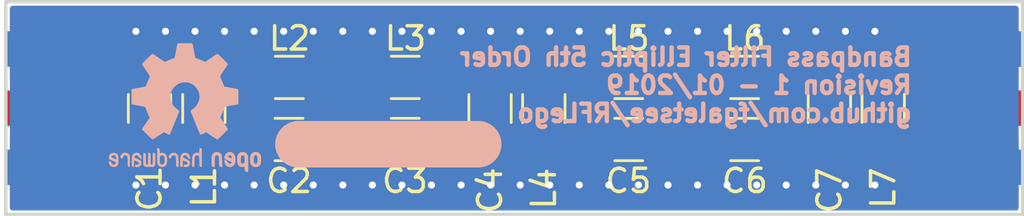
<source format=kicad_pcb>
(kicad_pcb (version 20171130) (host pcbnew "(5.0.1-3-g963ef8bb5)")

  (general
    (thickness 1.6)
    (drawings 6)
    (tracks 82)
    (zones 0)
    (modules 17)
    (nets 7)
  )

  (page A4)
  (layers
    (0 F.Cu signal)
    (31 B.Cu signal)
    (32 B.Adhes user)
    (33 F.Adhes user)
    (34 B.Paste user)
    (35 F.Paste user)
    (36 B.SilkS user)
    (37 F.SilkS user)
    (38 B.Mask user)
    (39 F.Mask user)
    (40 Dwgs.User user)
    (41 Cmts.User user)
    (42 Eco1.User user)
    (43 Eco2.User user)
    (44 Edge.Cuts user)
    (45 Margin user)
    (46 B.CrtYd user)
    (47 F.CrtYd user)
    (48 B.Fab user)
    (49 F.Fab user)
  )

  (setup
    (last_trace_width 0.2032)
    (trace_clearance 0.2032)
    (zone_clearance 0.1)
    (zone_45_only no)
    (trace_min 0.2)
    (segment_width 0.2)
    (edge_width 0.15)
    (via_size 0.6096)
    (via_drill 0.3048)
    (via_min_size 0.4)
    (via_min_drill 0.3)
    (uvia_size 0.3)
    (uvia_drill 0.1)
    (uvias_allowed no)
    (uvia_min_size 0.2)
    (uvia_min_drill 0.1)
    (pcb_text_width 0.3)
    (pcb_text_size 1.5 1.5)
    (mod_edge_width 0.15)
    (mod_text_size 1 1)
    (mod_text_width 0.15)
    (pad_size 1.524 1.524)
    (pad_drill 0.762)
    (pad_to_mask_clearance 0.051)
    (solder_mask_min_width 0.25)
    (aux_axis_origin 0 0)
    (grid_origin 99.4156 94.742)
    (visible_elements FFFDFF7F)
    (pcbplotparams
      (layerselection 0x010fc_ffffffff)
      (usegerberextensions false)
      (usegerberattributes false)
      (usegerberadvancedattributes false)
      (creategerberjobfile false)
      (excludeedgelayer true)
      (linewidth 0.100000)
      (plotframeref false)
      (viasonmask false)
      (mode 1)
      (useauxorigin false)
      (hpglpennumber 1)
      (hpglpenspeed 20)
      (hpglpendiameter 15.000000)
      (psnegative false)
      (psa4output false)
      (plotreference true)
      (plotvalue true)
      (plotinvisibletext false)
      (padsonsilk false)
      (subtractmaskfromsilk false)
      (outputformat 1)
      (mirror false)
      (drillshape 1)
      (scaleselection 1)
      (outputdirectory ""))
  )

  (net 0 "")
  (net 1 "Net-(C1-Pad1)")
  (net 2 GND)
  (net 3 "Net-(C2-Pad1)")
  (net 4 "Net-(C3-Pad1)")
  (net 5 "Net-(C5-Pad1)")
  (net 6 "Net-(C6-Pad1)")

  (net_class Default "This is the default net class."
    (clearance 0.2032)
    (trace_width 0.2032)
    (via_dia 0.6096)
    (via_drill 0.3048)
    (uvia_dia 0.3)
    (uvia_drill 0.1)
  )

  (net_class 50Ohm ""
    (clearance 0.37)
    (trace_width 1.8)
    (via_dia 0.6096)
    (via_drill 0.3048)
    (uvia_dia 0.3)
    (uvia_drill 0.1)
    (diff_pair_gap 0.2032)
    (diff_pair_width 0.2032)
    (add_net GND)
    (add_net "Net-(C1-Pad1)")
    (add_net "Net-(C2-Pad1)")
    (add_net "Net-(C3-Pad1)")
    (add_net "Net-(C5-Pad1)")
    (add_net "Net-(C6-Pad1)")
  )

  (module Capacitor_SMD:C_1206_3216Metric_Pad1.42x1.75mm_HandSolder (layer F.Cu) (tedit 5B301BBE) (tstamp 5C3E2CF1)
    (at 105.5878 90.1843 270)
    (descr "Capacitor SMD 1206 (3216 Metric), square (rectangular) end terminal, IPC_7351 nominal with elongated pad for handsoldering. (Body size source: http://www.tortai-tech.com/upload/download/2011102023233369053.pdf), generated with kicad-footprint-generator")
    (tags "capacitor handsolder")
    (path /5C27CEC2)
    (attr smd)
    (fp_text reference C1 (at 3.4401 0 90) (layer F.SilkS)
      (effects (font (size 1 1) (thickness 0.15)))
    )
    (fp_text value C (at 0 1.82 270) (layer F.Fab)
      (effects (font (size 1 1) (thickness 0.15)))
    )
    (fp_line (start -1.6 0.8) (end -1.6 -0.8) (layer F.Fab) (width 0.1))
    (fp_line (start -1.6 -0.8) (end 1.6 -0.8) (layer F.Fab) (width 0.1))
    (fp_line (start 1.6 -0.8) (end 1.6 0.8) (layer F.Fab) (width 0.1))
    (fp_line (start 1.6 0.8) (end -1.6 0.8) (layer F.Fab) (width 0.1))
    (fp_line (start -0.602064 -0.91) (end 0.602064 -0.91) (layer F.SilkS) (width 0.12))
    (fp_line (start -0.602064 0.91) (end 0.602064 0.91) (layer F.SilkS) (width 0.12))
    (fp_line (start -2.45 1.12) (end -2.45 -1.12) (layer F.CrtYd) (width 0.05))
    (fp_line (start -2.45 -1.12) (end 2.45 -1.12) (layer F.CrtYd) (width 0.05))
    (fp_line (start 2.45 -1.12) (end 2.45 1.12) (layer F.CrtYd) (width 0.05))
    (fp_line (start 2.45 1.12) (end -2.45 1.12) (layer F.CrtYd) (width 0.05))
    (fp_text user %R (at 0 0 270) (layer F.Fab)
      (effects (font (size 0.8 0.8) (thickness 0.12)))
    )
    (pad 1 smd roundrect (at -1.4875 0 270) (size 1.425 1.75) (layers F.Cu F.Paste F.Mask) (roundrect_rratio 0.175439)
      (net 1 "Net-(C1-Pad1)"))
    (pad 2 smd roundrect (at 1.4875 0 270) (size 1.425 1.75) (layers F.Cu F.Paste F.Mask) (roundrect_rratio 0.175439)
      (net 2 GND))
    (model ${KISYS3DMOD}/Capacitor_SMD.3dshapes/C_1206_3216Metric.wrl
      (at (xyz 0 0 0))
      (scale (xyz 1 1 1))
      (rotate (xyz 0 0 0))
    )
  )

  (module Capacitor_SMD:C_1206_3216Metric_Pad1.42x1.75mm_HandSolder (layer F.Cu) (tedit 5B301BBE) (tstamp 5C30FFFD)
    (at 111.5822 91.5162 180)
    (descr "Capacitor SMD 1206 (3216 Metric), square (rectangular) end terminal, IPC_7351 nominal with elongated pad for handsoldering. (Body size source: http://www.tortai-tech.com/upload/download/2011102023233369053.pdf), generated with kicad-footprint-generator")
    (tags "capacitor handsolder")
    (path /5C27CF2B)
    (attr smd)
    (fp_text reference C2 (at 0 -1.778 180) (layer F.SilkS)
      (effects (font (size 1 1) (thickness 0.15)))
    )
    (fp_text value C (at 0 1.82 180) (layer F.Fab)
      (effects (font (size 1 1) (thickness 0.15)))
    )
    (fp_text user %R (at 0 0 180) (layer F.Fab)
      (effects (font (size 0.8 0.8) (thickness 0.12)))
    )
    (fp_line (start 2.45 1.12) (end -2.45 1.12) (layer F.CrtYd) (width 0.05))
    (fp_line (start 2.45 -1.12) (end 2.45 1.12) (layer F.CrtYd) (width 0.05))
    (fp_line (start -2.45 -1.12) (end 2.45 -1.12) (layer F.CrtYd) (width 0.05))
    (fp_line (start -2.45 1.12) (end -2.45 -1.12) (layer F.CrtYd) (width 0.05))
    (fp_line (start -0.602064 0.91) (end 0.602064 0.91) (layer F.SilkS) (width 0.12))
    (fp_line (start -0.602064 -0.91) (end 0.602064 -0.91) (layer F.SilkS) (width 0.12))
    (fp_line (start 1.6 0.8) (end -1.6 0.8) (layer F.Fab) (width 0.1))
    (fp_line (start 1.6 -0.8) (end 1.6 0.8) (layer F.Fab) (width 0.1))
    (fp_line (start -1.6 -0.8) (end 1.6 -0.8) (layer F.Fab) (width 0.1))
    (fp_line (start -1.6 0.8) (end -1.6 -0.8) (layer F.Fab) (width 0.1))
    (pad 2 smd roundrect (at 1.4875 0 180) (size 1.425 1.75) (layers F.Cu F.Paste F.Mask) (roundrect_rratio 0.175439)
      (net 1 "Net-(C1-Pad1)"))
    (pad 1 smd roundrect (at -1.4875 0 180) (size 1.425 1.75) (layers F.Cu F.Paste F.Mask) (roundrect_rratio 0.175439)
      (net 3 "Net-(C2-Pad1)"))
    (model ${KISYS3DMOD}/Capacitor_SMD.3dshapes/C_1206_3216Metric.wrl
      (at (xyz 0 0 0))
      (scale (xyz 1 1 1))
      (rotate (xyz 0 0 0))
    )
  )

  (module Capacitor_SMD:C_1206_3216Metric_Pad1.42x1.75mm_HandSolder (layer F.Cu) (tedit 5B301BBE) (tstamp 5C31002D)
    (at 116.5749 91.5162 180)
    (descr "Capacitor SMD 1206 (3216 Metric), square (rectangular) end terminal, IPC_7351 nominal with elongated pad for handsoldering. (Body size source: http://www.tortai-tech.com/upload/download/2011102023233369053.pdf), generated with kicad-footprint-generator")
    (tags "capacitor handsolder")
    (path /5C27CFC6)
    (attr smd)
    (fp_text reference C3 (at 0.0143 -1.778 180) (layer F.SilkS)
      (effects (font (size 1 1) (thickness 0.15)))
    )
    (fp_text value C (at 0 1.82 180) (layer F.Fab)
      (effects (font (size 1 1) (thickness 0.15)))
    )
    (fp_line (start -1.6 0.8) (end -1.6 -0.8) (layer F.Fab) (width 0.1))
    (fp_line (start -1.6 -0.8) (end 1.6 -0.8) (layer F.Fab) (width 0.1))
    (fp_line (start 1.6 -0.8) (end 1.6 0.8) (layer F.Fab) (width 0.1))
    (fp_line (start 1.6 0.8) (end -1.6 0.8) (layer F.Fab) (width 0.1))
    (fp_line (start -0.602064 -0.91) (end 0.602064 -0.91) (layer F.SilkS) (width 0.12))
    (fp_line (start -0.602064 0.91) (end 0.602064 0.91) (layer F.SilkS) (width 0.12))
    (fp_line (start -2.45 1.12) (end -2.45 -1.12) (layer F.CrtYd) (width 0.05))
    (fp_line (start -2.45 -1.12) (end 2.45 -1.12) (layer F.CrtYd) (width 0.05))
    (fp_line (start 2.45 -1.12) (end 2.45 1.12) (layer F.CrtYd) (width 0.05))
    (fp_line (start 2.45 1.12) (end -2.45 1.12) (layer F.CrtYd) (width 0.05))
    (fp_text user %R (at 0 0 180) (layer F.Fab)
      (effects (font (size 0.8 0.8) (thickness 0.12)))
    )
    (pad 1 smd roundrect (at -1.4875 0 180) (size 1.425 1.75) (layers F.Cu F.Paste F.Mask) (roundrect_rratio 0.175439)
      (net 4 "Net-(C3-Pad1)"))
    (pad 2 smd roundrect (at 1.4875 0 180) (size 1.425 1.75) (layers F.Cu F.Paste F.Mask) (roundrect_rratio 0.175439)
      (net 3 "Net-(C2-Pad1)"))
    (model ${KISYS3DMOD}/Capacitor_SMD.3dshapes/C_1206_3216Metric.wrl
      (at (xyz 0 0 0))
      (scale (xyz 1 1 1))
      (rotate (xyz 0 0 0))
    )
  )

  (module Capacitor_SMD:C_1206_3216Metric_Pad1.42x1.75mm_HandSolder (layer F.Cu) (tedit 5B301BBE) (tstamp 5C31008D)
    (at 120.2182 90.1843 90)
    (descr "Capacitor SMD 1206 (3216 Metric), square (rectangular) end terminal, IPC_7351 nominal with elongated pad for handsoldering. (Body size source: http://www.tortai-tech.com/upload/download/2011102023233369053.pdf), generated with kicad-footprint-generator")
    (tags "capacitor handsolder")
    (path /5C27D238)
    (attr smd)
    (fp_text reference C4 (at -3.5163 0 270) (layer F.SilkS)
      (effects (font (size 1 1) (thickness 0.15)))
    )
    (fp_text value C (at 0 1.82 90) (layer F.Fab)
      (effects (font (size 1 1) (thickness 0.15)))
    )
    (fp_text user %R (at 0 0 90) (layer F.Fab)
      (effects (font (size 0.8 0.8) (thickness 0.12)))
    )
    (fp_line (start 2.45 1.12) (end -2.45 1.12) (layer F.CrtYd) (width 0.05))
    (fp_line (start 2.45 -1.12) (end 2.45 1.12) (layer F.CrtYd) (width 0.05))
    (fp_line (start -2.45 -1.12) (end 2.45 -1.12) (layer F.CrtYd) (width 0.05))
    (fp_line (start -2.45 1.12) (end -2.45 -1.12) (layer F.CrtYd) (width 0.05))
    (fp_line (start -0.602064 0.91) (end 0.602064 0.91) (layer F.SilkS) (width 0.12))
    (fp_line (start -0.602064 -0.91) (end 0.602064 -0.91) (layer F.SilkS) (width 0.12))
    (fp_line (start 1.6 0.8) (end -1.6 0.8) (layer F.Fab) (width 0.1))
    (fp_line (start 1.6 -0.8) (end 1.6 0.8) (layer F.Fab) (width 0.1))
    (fp_line (start -1.6 -0.8) (end 1.6 -0.8) (layer F.Fab) (width 0.1))
    (fp_line (start -1.6 0.8) (end -1.6 -0.8) (layer F.Fab) (width 0.1))
    (pad 2 smd roundrect (at 1.4875 0 90) (size 1.425 1.75) (layers F.Cu F.Paste F.Mask) (roundrect_rratio 0.175439)
      (net 4 "Net-(C3-Pad1)"))
    (pad 1 smd roundrect (at -1.4875 0 90) (size 1.425 1.75) (layers F.Cu F.Paste F.Mask) (roundrect_rratio 0.175439)
      (net 2 GND))
    (model ${KISYS3DMOD}/Capacitor_SMD.3dshapes/C_1206_3216Metric.wrl
      (at (xyz 0 0 0))
      (scale (xyz 1 1 1))
      (rotate (xyz 0 0 0))
    )
  )

  (module Capacitor_SMD:C_1206_3216Metric_Pad1.42x1.75mm_HandSolder (layer F.Cu) (tedit 5B301BBE) (tstamp 5C31005D)
    (at 126.1761 91.5162 180)
    (descr "Capacitor SMD 1206 (3216 Metric), square (rectangular) end terminal, IPC_7351 nominal with elongated pad for handsoldering. (Body size source: http://www.tortai-tech.com/upload/download/2011102023233369053.pdf), generated with kicad-footprint-generator")
    (tags "capacitor handsolder")
    (path /5C27D01E)
    (attr smd)
    (fp_text reference C5 (at 0.0143 -1.778 180) (layer F.SilkS)
      (effects (font (size 1 1) (thickness 0.15)))
    )
    (fp_text value C (at 0 1.82 180) (layer F.Fab)
      (effects (font (size 1 1) (thickness 0.15)))
    )
    (fp_text user %R (at 0 0 180) (layer F.Fab)
      (effects (font (size 0.8 0.8) (thickness 0.12)))
    )
    (fp_line (start 2.45 1.12) (end -2.45 1.12) (layer F.CrtYd) (width 0.05))
    (fp_line (start 2.45 -1.12) (end 2.45 1.12) (layer F.CrtYd) (width 0.05))
    (fp_line (start -2.45 -1.12) (end 2.45 -1.12) (layer F.CrtYd) (width 0.05))
    (fp_line (start -2.45 1.12) (end -2.45 -1.12) (layer F.CrtYd) (width 0.05))
    (fp_line (start -0.602064 0.91) (end 0.602064 0.91) (layer F.SilkS) (width 0.12))
    (fp_line (start -0.602064 -0.91) (end 0.602064 -0.91) (layer F.SilkS) (width 0.12))
    (fp_line (start 1.6 0.8) (end -1.6 0.8) (layer F.Fab) (width 0.1))
    (fp_line (start 1.6 -0.8) (end 1.6 0.8) (layer F.Fab) (width 0.1))
    (fp_line (start -1.6 -0.8) (end 1.6 -0.8) (layer F.Fab) (width 0.1))
    (fp_line (start -1.6 0.8) (end -1.6 -0.8) (layer F.Fab) (width 0.1))
    (pad 2 smd roundrect (at 1.4875 0 180) (size 1.425 1.75) (layers F.Cu F.Paste F.Mask) (roundrect_rratio 0.175439)
      (net 4 "Net-(C3-Pad1)"))
    (pad 1 smd roundrect (at -1.4875 0 180) (size 1.425 1.75) (layers F.Cu F.Paste F.Mask) (roundrect_rratio 0.175439)
      (net 5 "Net-(C5-Pad1)"))
    (model ${KISYS3DMOD}/Capacitor_SMD.3dshapes/C_1206_3216Metric.wrl
      (at (xyz 0 0 0))
      (scale (xyz 1 1 1))
      (rotate (xyz 0 0 0))
    )
  )

  (module Capacitor_SMD:C_1206_3216Metric_Pad1.42x1.75mm_HandSolder (layer F.Cu) (tedit 5B301BBE) (tstamp 5C3101AD)
    (at 131.1545 91.5162 180)
    (descr "Capacitor SMD 1206 (3216 Metric), square (rectangular) end terminal, IPC_7351 nominal with elongated pad for handsoldering. (Body size source: http://www.tortai-tech.com/upload/download/2011102023233369053.pdf), generated with kicad-footprint-generator")
    (tags "capacitor handsolder")
    (path /5C27D094)
    (attr smd)
    (fp_text reference C6 (at -0.0111 -1.778 180) (layer F.SilkS)
      (effects (font (size 1 1) (thickness 0.15)))
    )
    (fp_text value C (at 0 1.82 180) (layer F.Fab)
      (effects (font (size 1 1) (thickness 0.15)))
    )
    (fp_line (start -1.6 0.8) (end -1.6 -0.8) (layer F.Fab) (width 0.1))
    (fp_line (start -1.6 -0.8) (end 1.6 -0.8) (layer F.Fab) (width 0.1))
    (fp_line (start 1.6 -0.8) (end 1.6 0.8) (layer F.Fab) (width 0.1))
    (fp_line (start 1.6 0.8) (end -1.6 0.8) (layer F.Fab) (width 0.1))
    (fp_line (start -0.602064 -0.91) (end 0.602064 -0.91) (layer F.SilkS) (width 0.12))
    (fp_line (start -0.602064 0.91) (end 0.602064 0.91) (layer F.SilkS) (width 0.12))
    (fp_line (start -2.45 1.12) (end -2.45 -1.12) (layer F.CrtYd) (width 0.05))
    (fp_line (start -2.45 -1.12) (end 2.45 -1.12) (layer F.CrtYd) (width 0.05))
    (fp_line (start 2.45 -1.12) (end 2.45 1.12) (layer F.CrtYd) (width 0.05))
    (fp_line (start 2.45 1.12) (end -2.45 1.12) (layer F.CrtYd) (width 0.05))
    (fp_text user %R (at 0 0 180) (layer F.Fab)
      (effects (font (size 0.8 0.8) (thickness 0.12)))
    )
    (pad 1 smd roundrect (at -1.4875 0 180) (size 1.425 1.75) (layers F.Cu F.Paste F.Mask) (roundrect_rratio 0.175439)
      (net 6 "Net-(C6-Pad1)"))
    (pad 2 smd roundrect (at 1.4875 0 180) (size 1.425 1.75) (layers F.Cu F.Paste F.Mask) (roundrect_rratio 0.175439)
      (net 5 "Net-(C5-Pad1)"))
    (model ${KISYS3DMOD}/Capacitor_SMD.3dshapes/C_1206_3216Metric.wrl
      (at (xyz 0 0 0))
      (scale (xyz 1 1 1))
      (rotate (xyz 0 0 0))
    )
  )

  (module Capacitor_SMD:C_1206_3216Metric_Pad1.42x1.75mm_HandSolder (layer F.Cu) (tedit 5B301BBE) (tstamp 5C31017D)
    (at 134.7978 90.1811 90)
    (descr "Capacitor SMD 1206 (3216 Metric), square (rectangular) end terminal, IPC_7351 nominal with elongated pad for handsoldering. (Body size source: http://www.tortai-tech.com/upload/download/2011102023233369053.pdf), generated with kicad-footprint-generator")
    (tags "capacitor handsolder")
    (path /5C27D2C9)
    (attr smd)
    (fp_text reference C7 (at -3.5195 0 270) (layer F.SilkS)
      (effects (font (size 1 1) (thickness 0.15)))
    )
    (fp_text value C (at 0 1.82 90) (layer F.Fab)
      (effects (font (size 1 1) (thickness 0.15)))
    )
    (fp_line (start -1.6 0.8) (end -1.6 -0.8) (layer F.Fab) (width 0.1))
    (fp_line (start -1.6 -0.8) (end 1.6 -0.8) (layer F.Fab) (width 0.1))
    (fp_line (start 1.6 -0.8) (end 1.6 0.8) (layer F.Fab) (width 0.1))
    (fp_line (start 1.6 0.8) (end -1.6 0.8) (layer F.Fab) (width 0.1))
    (fp_line (start -0.602064 -0.91) (end 0.602064 -0.91) (layer F.SilkS) (width 0.12))
    (fp_line (start -0.602064 0.91) (end 0.602064 0.91) (layer F.SilkS) (width 0.12))
    (fp_line (start -2.45 1.12) (end -2.45 -1.12) (layer F.CrtYd) (width 0.05))
    (fp_line (start -2.45 -1.12) (end 2.45 -1.12) (layer F.CrtYd) (width 0.05))
    (fp_line (start 2.45 -1.12) (end 2.45 1.12) (layer F.CrtYd) (width 0.05))
    (fp_line (start 2.45 1.12) (end -2.45 1.12) (layer F.CrtYd) (width 0.05))
    (fp_text user %R (at 0 0 90) (layer F.Fab)
      (effects (font (size 0.8 0.8) (thickness 0.12)))
    )
    (pad 1 smd roundrect (at -1.4875 0 90) (size 1.425 1.75) (layers F.Cu F.Paste F.Mask) (roundrect_rratio 0.175439)
      (net 2 GND))
    (pad 2 smd roundrect (at 1.4875 0 90) (size 1.425 1.75) (layers F.Cu F.Paste F.Mask) (roundrect_rratio 0.175439)
      (net 6 "Net-(C6-Pad1)"))
    (model ${KISYS3DMOD}/Capacitor_SMD.3dshapes/C_1206_3216Metric.wrl
      (at (xyz 0 0 0))
      (scale (xyz 1 1 1))
      (rotate (xyz 0 0 0))
    )
  )

  (module RFLego_Footprint:SMA_Edge (layer F.Cu) (tedit 5C3E2B53) (tstamp 5C31015D)
    (at 99.4156 90.17)
    (path /5C27DC8B)
    (fp_text reference IN (at 5.207 -3.4544) (layer F.SilkS) hide
      (effects (font (size 1 1) (thickness 0.15)))
    )
    (fp_text value SMA (at 1.27 6.35) (layer F.Fab) hide
      (effects (font (size 1 1) (thickness 0.15)))
    )
    (pad 2 smd rect (at 2.032 2.54) (size 4.064 1.524) (layers F.Cu F.Mask)
      (net 2 GND))
    (pad 2 smd rect (at 2.032 -2.54) (size 4.064 1.524) (layers B.Cu B.Mask)
      (net 2 GND))
    (pad 2 smd rect (at 2.032 2.54) (size 4.064 1.524) (layers B.Cu B.Mask)
      (net 2 GND))
    (pad 2 smd rect (at 2.032 -2.54) (size 4.064 1.524) (layers F.Cu F.Mask)
      (net 2 GND))
    (pad 1 smd rect (at 2.032 0) (size 4.064 1.524) (layers F.Cu F.Mask)
      (net 1 "Net-(C1-Pad1)"))
  )

  (module RFLego_Footprint:SMA_Edge (layer F.Cu) (tedit 5C3E2B59) (tstamp 5C310145)
    (at 139.0396 90.17)
    (path /5C27E05D)
    (fp_text reference OUT (at -1.651 -3.4544) (layer F.SilkS) hide
      (effects (font (size 1 1) (thickness 0.15)))
    )
    (fp_text value SMA (at 1.27 6.35) (layer F.Fab) hide
      (effects (font (size 1 1) (thickness 0.15)))
    )
    (pad 1 smd rect (at 2.032 0) (size 4.064 1.524) (layers F.Cu F.Mask)
      (net 6 "Net-(C6-Pad1)"))
    (pad 2 smd rect (at 2.032 -2.54) (size 4.064 1.524) (layers F.Cu F.Mask)
      (net 2 GND))
    (pad 2 smd rect (at 2.032 2.54) (size 4.064 1.524) (layers B.Cu B.Mask)
      (net 2 GND))
    (pad 2 smd rect (at 2.032 -2.54) (size 4.064 1.524) (layers B.Cu B.Mask)
      (net 2 GND))
    (pad 2 smd rect (at 2.032 2.54) (size 4.064 1.524) (layers F.Cu F.Mask)
      (net 2 GND))
  )

  (module Inductor_SMD:L_1206_3216Metric_Pad1.42x1.75mm_HandSolder (layer F.Cu) (tedit 5B301BBE) (tstamp 5C31011D)
    (at 107.9246 90.1843 270)
    (descr "Capacitor SMD 1206 (3216 Metric), square (rectangular) end terminal, IPC_7351 nominal with elongated pad for handsoldering. (Body size source: http://www.tortai-tech.com/upload/download/2011102023233369053.pdf), generated with kicad-footprint-generator")
    (tags "inductor handsolder")
    (path /5C27CE49)
    (attr smd)
    (fp_text reference L1 (at 3.3639 0 90) (layer F.SilkS)
      (effects (font (size 1 1) (thickness 0.15)))
    )
    (fp_text value L (at 0 1.82 270) (layer F.Fab)
      (effects (font (size 1 1) (thickness 0.15)))
    )
    (fp_line (start -1.6 0.8) (end -1.6 -0.8) (layer F.Fab) (width 0.1))
    (fp_line (start -1.6 -0.8) (end 1.6 -0.8) (layer F.Fab) (width 0.1))
    (fp_line (start 1.6 -0.8) (end 1.6 0.8) (layer F.Fab) (width 0.1))
    (fp_line (start 1.6 0.8) (end -1.6 0.8) (layer F.Fab) (width 0.1))
    (fp_line (start -0.602064 -0.91) (end 0.602064 -0.91) (layer F.SilkS) (width 0.12))
    (fp_line (start -0.602064 0.91) (end 0.602064 0.91) (layer F.SilkS) (width 0.12))
    (fp_line (start -2.45 1.12) (end -2.45 -1.12) (layer F.CrtYd) (width 0.05))
    (fp_line (start -2.45 -1.12) (end 2.45 -1.12) (layer F.CrtYd) (width 0.05))
    (fp_line (start 2.45 -1.12) (end 2.45 1.12) (layer F.CrtYd) (width 0.05))
    (fp_line (start 2.45 1.12) (end -2.45 1.12) (layer F.CrtYd) (width 0.05))
    (fp_text user %R (at 0 0 270) (layer F.Fab)
      (effects (font (size 0.8 0.8) (thickness 0.12)))
    )
    (pad 1 smd roundrect (at -1.4875 0 270) (size 1.425 1.75) (layers F.Cu F.Paste F.Mask) (roundrect_rratio 0.175439)
      (net 1 "Net-(C1-Pad1)"))
    (pad 2 smd roundrect (at 1.4875 0 270) (size 1.425 1.75) (layers F.Cu F.Paste F.Mask) (roundrect_rratio 0.175439)
      (net 2 GND))
    (model ${KISYS3DMOD}/Inductor_SMD.3dshapes/L_1206_3216Metric.wrl
      (at (xyz 0 0 0))
      (scale (xyz 1 1 1))
      (rotate (xyz 0 0 0))
    )
  )

  (module Inductor_SMD:L_1206_3216Metric_Pad1.42x1.75mm_HandSolder (layer F.Cu) (tedit 5B301BBE) (tstamp 5C27E0CA)
    (at 111.5965 88.8492)
    (descr "Capacitor SMD 1206 (3216 Metric), square (rectangular) end terminal, IPC_7351 nominal with elongated pad for handsoldering. (Body size source: http://www.tortai-tech.com/upload/download/2011102023233369053.pdf), generated with kicad-footprint-generator")
    (tags "inductor handsolder")
    (path /5C27D3BC)
    (attr smd)
    (fp_text reference L2 (at 0.0111 -1.6764) (layer F.SilkS)
      (effects (font (size 1 1) (thickness 0.15)))
    )
    (fp_text value L (at 0 1.82) (layer F.Fab)
      (effects (font (size 1 1) (thickness 0.15)))
    )
    (fp_text user %R (at 0 0) (layer F.Fab)
      (effects (font (size 0.8 0.8) (thickness 0.12)))
    )
    (fp_line (start 2.45 1.12) (end -2.45 1.12) (layer F.CrtYd) (width 0.05))
    (fp_line (start 2.45 -1.12) (end 2.45 1.12) (layer F.CrtYd) (width 0.05))
    (fp_line (start -2.45 -1.12) (end 2.45 -1.12) (layer F.CrtYd) (width 0.05))
    (fp_line (start -2.45 1.12) (end -2.45 -1.12) (layer F.CrtYd) (width 0.05))
    (fp_line (start -0.602064 0.91) (end 0.602064 0.91) (layer F.SilkS) (width 0.12))
    (fp_line (start -0.602064 -0.91) (end 0.602064 -0.91) (layer F.SilkS) (width 0.12))
    (fp_line (start 1.6 0.8) (end -1.6 0.8) (layer F.Fab) (width 0.1))
    (fp_line (start 1.6 -0.8) (end 1.6 0.8) (layer F.Fab) (width 0.1))
    (fp_line (start -1.6 -0.8) (end 1.6 -0.8) (layer F.Fab) (width 0.1))
    (fp_line (start -1.6 0.8) (end -1.6 -0.8) (layer F.Fab) (width 0.1))
    (pad 2 smd roundrect (at 1.4875 0) (size 1.425 1.75) (layers F.Cu F.Paste F.Mask) (roundrect_rratio 0.175439)
      (net 3 "Net-(C2-Pad1)"))
    (pad 1 smd roundrect (at -1.4875 0) (size 1.425 1.75) (layers F.Cu F.Paste F.Mask) (roundrect_rratio 0.175439)
      (net 1 "Net-(C1-Pad1)"))
    (model ${KISYS3DMOD}/Inductor_SMD.3dshapes/L_1206_3216Metric.wrl
      (at (xyz 0 0 0))
      (scale (xyz 1 1 1))
      (rotate (xyz 0 0 0))
    )
  )

  (module Inductor_SMD:L_1206_3216Metric_Pad1.42x1.75mm_HandSolder (layer F.Cu) (tedit 5B301BBE) (tstamp 5C30F5F7)
    (at 116.5749 88.8492)
    (descr "Capacitor SMD 1206 (3216 Metric), square (rectangular) end terminal, IPC_7351 nominal with elongated pad for handsoldering. (Body size source: http://www.tortai-tech.com/upload/download/2011102023233369053.pdf), generated with kicad-footprint-generator")
    (tags "inductor handsolder")
    (path /5C27D6B3)
    (attr smd)
    (fp_text reference L3 (at 0.0111 -1.6764) (layer F.SilkS)
      (effects (font (size 1 1) (thickness 0.15)))
    )
    (fp_text value L (at 0 1.82) (layer F.Fab)
      (effects (font (size 1 1) (thickness 0.15)))
    )
    (fp_line (start -1.6 0.8) (end -1.6 -0.8) (layer F.Fab) (width 0.1))
    (fp_line (start -1.6 -0.8) (end 1.6 -0.8) (layer F.Fab) (width 0.1))
    (fp_line (start 1.6 -0.8) (end 1.6 0.8) (layer F.Fab) (width 0.1))
    (fp_line (start 1.6 0.8) (end -1.6 0.8) (layer F.Fab) (width 0.1))
    (fp_line (start -0.602064 -0.91) (end 0.602064 -0.91) (layer F.SilkS) (width 0.12))
    (fp_line (start -0.602064 0.91) (end 0.602064 0.91) (layer F.SilkS) (width 0.12))
    (fp_line (start -2.45 1.12) (end -2.45 -1.12) (layer F.CrtYd) (width 0.05))
    (fp_line (start -2.45 -1.12) (end 2.45 -1.12) (layer F.CrtYd) (width 0.05))
    (fp_line (start 2.45 -1.12) (end 2.45 1.12) (layer F.CrtYd) (width 0.05))
    (fp_line (start 2.45 1.12) (end -2.45 1.12) (layer F.CrtYd) (width 0.05))
    (fp_text user %R (at 0 0) (layer F.Fab)
      (effects (font (size 0.8 0.8) (thickness 0.12)))
    )
    (pad 1 smd roundrect (at -1.4875 0) (size 1.425 1.75) (layers F.Cu F.Paste F.Mask) (roundrect_rratio 0.175439)
      (net 3 "Net-(C2-Pad1)"))
    (pad 2 smd roundrect (at 1.4875 0) (size 1.425 1.75) (layers F.Cu F.Paste F.Mask) (roundrect_rratio 0.175439)
      (net 4 "Net-(C3-Pad1)"))
    (model ${KISYS3DMOD}/Inductor_SMD.3dshapes/L_1206_3216Metric.wrl
      (at (xyz 0 0 0))
      (scale (xyz 1 1 1))
      (rotate (xyz 0 0 0))
    )
  )

  (module Inductor_SMD:L_1206_3216Metric_Pad1.42x1.75mm_HandSolder (layer F.Cu) (tedit 5B301BBE) (tstamp 5C3100ED)
    (at 122.5296 90.1843 270)
    (descr "Capacitor SMD 1206 (3216 Metric), square (rectangular) end terminal, IPC_7351 nominal with elongated pad for handsoldering. (Body size source: http://www.tortai-tech.com/upload/download/2011102023233369053.pdf), generated with kicad-footprint-generator")
    (tags "inductor handsolder")
    (path /5C27D9E1)
    (attr smd)
    (fp_text reference L4 (at 3.4401 0 90) (layer F.SilkS)
      (effects (font (size 1 1) (thickness 0.15)))
    )
    (fp_text value L (at 0 1.82 270) (layer F.Fab)
      (effects (font (size 1 1) (thickness 0.15)))
    )
    (fp_text user %R (at 0 0 270) (layer F.Fab)
      (effects (font (size 0.8 0.8) (thickness 0.12)))
    )
    (fp_line (start 2.45 1.12) (end -2.45 1.12) (layer F.CrtYd) (width 0.05))
    (fp_line (start 2.45 -1.12) (end 2.45 1.12) (layer F.CrtYd) (width 0.05))
    (fp_line (start -2.45 -1.12) (end 2.45 -1.12) (layer F.CrtYd) (width 0.05))
    (fp_line (start -2.45 1.12) (end -2.45 -1.12) (layer F.CrtYd) (width 0.05))
    (fp_line (start -0.602064 0.91) (end 0.602064 0.91) (layer F.SilkS) (width 0.12))
    (fp_line (start -0.602064 -0.91) (end 0.602064 -0.91) (layer F.SilkS) (width 0.12))
    (fp_line (start 1.6 0.8) (end -1.6 0.8) (layer F.Fab) (width 0.1))
    (fp_line (start 1.6 -0.8) (end 1.6 0.8) (layer F.Fab) (width 0.1))
    (fp_line (start -1.6 -0.8) (end 1.6 -0.8) (layer F.Fab) (width 0.1))
    (fp_line (start -1.6 0.8) (end -1.6 -0.8) (layer F.Fab) (width 0.1))
    (pad 2 smd roundrect (at 1.4875 0 270) (size 1.425 1.75) (layers F.Cu F.Paste F.Mask) (roundrect_rratio 0.175439)
      (net 2 GND))
    (pad 1 smd roundrect (at -1.4875 0 270) (size 1.425 1.75) (layers F.Cu F.Paste F.Mask) (roundrect_rratio 0.175439)
      (net 4 "Net-(C3-Pad1)"))
    (model ${KISYS3DMOD}/Inductor_SMD.3dshapes/L_1206_3216Metric.wrl
      (at (xyz 0 0 0))
      (scale (xyz 1 1 1))
      (rotate (xyz 0 0 0))
    )
  )

  (module Inductor_SMD:L_1206_3216Metric_Pad1.42x1.75mm_HandSolder (layer F.Cu) (tedit 5B301BBE) (tstamp 5C30F65A)
    (at 126.1761 88.8492)
    (descr "Capacitor SMD 1206 (3216 Metric), square (rectangular) end terminal, IPC_7351 nominal with elongated pad for handsoldering. (Body size source: http://www.tortai-tech.com/upload/download/2011102023233369053.pdf), generated with kicad-footprint-generator")
    (tags "inductor handsolder")
    (path /5C27D741)
    (attr smd)
    (fp_text reference L5 (at 0.0111 -1.6764) (layer F.SilkS)
      (effects (font (size 1 1) (thickness 0.15)))
    )
    (fp_text value L (at 0 1.82) (layer F.Fab)
      (effects (font (size 1 1) (thickness 0.15)))
    )
    (fp_text user %R (at 0 0) (layer F.Fab)
      (effects (font (size 0.8 0.8) (thickness 0.12)))
    )
    (fp_line (start 2.45 1.12) (end -2.45 1.12) (layer F.CrtYd) (width 0.05))
    (fp_line (start 2.45 -1.12) (end 2.45 1.12) (layer F.CrtYd) (width 0.05))
    (fp_line (start -2.45 -1.12) (end 2.45 -1.12) (layer F.CrtYd) (width 0.05))
    (fp_line (start -2.45 1.12) (end -2.45 -1.12) (layer F.CrtYd) (width 0.05))
    (fp_line (start -0.602064 0.91) (end 0.602064 0.91) (layer F.SilkS) (width 0.12))
    (fp_line (start -0.602064 -0.91) (end 0.602064 -0.91) (layer F.SilkS) (width 0.12))
    (fp_line (start 1.6 0.8) (end -1.6 0.8) (layer F.Fab) (width 0.1))
    (fp_line (start 1.6 -0.8) (end 1.6 0.8) (layer F.Fab) (width 0.1))
    (fp_line (start -1.6 -0.8) (end 1.6 -0.8) (layer F.Fab) (width 0.1))
    (fp_line (start -1.6 0.8) (end -1.6 -0.8) (layer F.Fab) (width 0.1))
    (pad 2 smd roundrect (at 1.4875 0) (size 1.425 1.75) (layers F.Cu F.Paste F.Mask) (roundrect_rratio 0.175439)
      (net 5 "Net-(C5-Pad1)"))
    (pad 1 smd roundrect (at -1.4875 0) (size 1.425 1.75) (layers F.Cu F.Paste F.Mask) (roundrect_rratio 0.175439)
      (net 4 "Net-(C3-Pad1)"))
    (model ${KISYS3DMOD}/Inductor_SMD.3dshapes/L_1206_3216Metric.wrl
      (at (xyz 0 0 0))
      (scale (xyz 1 1 1))
      (rotate (xyz 0 0 0))
    )
  )

  (module Inductor_SMD:L_1206_3216Metric_Pad1.42x1.75mm_HandSolder (layer F.Cu) (tedit 5B301BBE) (tstamp 5C27E00A)
    (at 131.1545 88.8492)
    (descr "Capacitor SMD 1206 (3216 Metric), square (rectangular) end terminal, IPC_7351 nominal with elongated pad for handsoldering. (Body size source: http://www.tortai-tech.com/upload/download/2011102023233369053.pdf), generated with kicad-footprint-generator")
    (tags "inductor handsolder")
    (path /5C27D7CF)
    (attr smd)
    (fp_text reference L6 (at 0.0111 -1.6764) (layer F.SilkS)
      (effects (font (size 1 1) (thickness 0.15)))
    )
    (fp_text value L (at 0 1.82) (layer F.Fab)
      (effects (font (size 1 1) (thickness 0.15)))
    )
    (fp_line (start -1.6 0.8) (end -1.6 -0.8) (layer F.Fab) (width 0.1))
    (fp_line (start -1.6 -0.8) (end 1.6 -0.8) (layer F.Fab) (width 0.1))
    (fp_line (start 1.6 -0.8) (end 1.6 0.8) (layer F.Fab) (width 0.1))
    (fp_line (start 1.6 0.8) (end -1.6 0.8) (layer F.Fab) (width 0.1))
    (fp_line (start -0.602064 -0.91) (end 0.602064 -0.91) (layer F.SilkS) (width 0.12))
    (fp_line (start -0.602064 0.91) (end 0.602064 0.91) (layer F.SilkS) (width 0.12))
    (fp_line (start -2.45 1.12) (end -2.45 -1.12) (layer F.CrtYd) (width 0.05))
    (fp_line (start -2.45 -1.12) (end 2.45 -1.12) (layer F.CrtYd) (width 0.05))
    (fp_line (start 2.45 -1.12) (end 2.45 1.12) (layer F.CrtYd) (width 0.05))
    (fp_line (start 2.45 1.12) (end -2.45 1.12) (layer F.CrtYd) (width 0.05))
    (fp_text user %R (at 0 0) (layer F.Fab)
      (effects (font (size 0.8 0.8) (thickness 0.12)))
    )
    (pad 1 smd roundrect (at -1.4875 0) (size 1.425 1.75) (layers F.Cu F.Paste F.Mask) (roundrect_rratio 0.175439)
      (net 5 "Net-(C5-Pad1)"))
    (pad 2 smd roundrect (at 1.4875 0) (size 1.425 1.75) (layers F.Cu F.Paste F.Mask) (roundrect_rratio 0.175439)
      (net 6 "Net-(C6-Pad1)"))
    (model ${KISYS3DMOD}/Inductor_SMD.3dshapes/L_1206_3216Metric.wrl
      (at (xyz 0 0 0))
      (scale (xyz 1 1 1))
      (rotate (xyz 0 0 0))
    )
  )

  (module Inductor_SMD:L_1206_3216Metric_Pad1.42x1.75mm_HandSolder (layer F.Cu) (tedit 5B301BBE) (tstamp 5C3100BD)
    (at 137.1092 90.1811 270)
    (descr "Capacitor SMD 1206 (3216 Metric), square (rectangular) end terminal, IPC_7351 nominal with elongated pad for handsoldering. (Body size source: http://www.tortai-tech.com/upload/download/2011102023233369053.pdf), generated with kicad-footprint-generator")
    (tags "inductor handsolder")
    (path /5C27DB6B)
    (attr smd)
    (fp_text reference L7 (at 3.4179 0 90) (layer F.SilkS)
      (effects (font (size 1 1) (thickness 0.15)))
    )
    (fp_text value L (at 0 1.82 270) (layer F.Fab)
      (effects (font (size 1 1) (thickness 0.15)))
    )
    (fp_line (start -1.6 0.8) (end -1.6 -0.8) (layer F.Fab) (width 0.1))
    (fp_line (start -1.6 -0.8) (end 1.6 -0.8) (layer F.Fab) (width 0.1))
    (fp_line (start 1.6 -0.8) (end 1.6 0.8) (layer F.Fab) (width 0.1))
    (fp_line (start 1.6 0.8) (end -1.6 0.8) (layer F.Fab) (width 0.1))
    (fp_line (start -0.602064 -0.91) (end 0.602064 -0.91) (layer F.SilkS) (width 0.12))
    (fp_line (start -0.602064 0.91) (end 0.602064 0.91) (layer F.SilkS) (width 0.12))
    (fp_line (start -2.45 1.12) (end -2.45 -1.12) (layer F.CrtYd) (width 0.05))
    (fp_line (start -2.45 -1.12) (end 2.45 -1.12) (layer F.CrtYd) (width 0.05))
    (fp_line (start 2.45 -1.12) (end 2.45 1.12) (layer F.CrtYd) (width 0.05))
    (fp_line (start 2.45 1.12) (end -2.45 1.12) (layer F.CrtYd) (width 0.05))
    (fp_text user %R (at 0 0 270) (layer F.Fab)
      (effects (font (size 0.8 0.8) (thickness 0.12)))
    )
    (pad 1 smd roundrect (at -1.4875 0 270) (size 1.425 1.75) (layers F.Cu F.Paste F.Mask) (roundrect_rratio 0.175439)
      (net 6 "Net-(C6-Pad1)"))
    (pad 2 smd roundrect (at 1.4875 0 270) (size 1.425 1.75) (layers F.Cu F.Paste F.Mask) (roundrect_rratio 0.175439)
      (net 2 GND))
    (model ${KISYS3DMOD}/Inductor_SMD.3dshapes/L_1206_3216Metric.wrl
      (at (xyz 0 0 0))
      (scale (xyz 1 1 1))
      (rotate (xyz 0 0 0))
    )
  )

  (module Symbol:OSHW-Logo2_7.3x6mm_SilkScreen (layer B.Cu) (tedit 0) (tstamp 5C30F855)
    (at 107.1118 90.1446 180)
    (descr "Open Source Hardware Symbol")
    (tags "Logo Symbol OSHW")
    (attr virtual)
    (fp_text reference REF** (at 0 0 180) (layer B.SilkS) hide
      (effects (font (size 1 1) (thickness 0.15)) (justify mirror))
    )
    (fp_text value OSHW-Logo2_7.3x6mm_SilkScreen (at 0.75 0 180) (layer B.Fab) hide
      (effects (font (size 1 1) (thickness 0.15)) (justify mirror))
    )
    (fp_poly (pts (xy 0.10391 2.757652) (xy 0.182454 2.757222) (xy 0.239298 2.756058) (xy 0.278105 2.753793)
      (xy 0.302538 2.75006) (xy 0.316262 2.744494) (xy 0.32294 2.736727) (xy 0.326236 2.726395)
      (xy 0.326556 2.725057) (xy 0.331562 2.700921) (xy 0.340829 2.653299) (xy 0.353392 2.587259)
      (xy 0.368287 2.507872) (xy 0.384551 2.420204) (xy 0.385119 2.417125) (xy 0.40141 2.331211)
      (xy 0.416652 2.255304) (xy 0.429861 2.193955) (xy 0.440054 2.151718) (xy 0.446248 2.133145)
      (xy 0.446543 2.132816) (xy 0.464788 2.123747) (xy 0.502405 2.108633) (xy 0.551271 2.090738)
      (xy 0.551543 2.090642) (xy 0.613093 2.067507) (xy 0.685657 2.038035) (xy 0.754057 2.008403)
      (xy 0.757294 2.006938) (xy 0.868702 1.956374) (xy 1.115399 2.12484) (xy 1.191077 2.176197)
      (xy 1.259631 2.222111) (xy 1.317088 2.25997) (xy 1.359476 2.287163) (xy 1.382825 2.301079)
      (xy 1.385042 2.302111) (xy 1.40201 2.297516) (xy 1.433701 2.275345) (xy 1.481352 2.234553)
      (xy 1.546198 2.174095) (xy 1.612397 2.109773) (xy 1.676214 2.046388) (xy 1.733329 1.988549)
      (xy 1.780305 1.939825) (xy 1.813703 1.90379) (xy 1.830085 1.884016) (xy 1.830694 1.882998)
      (xy 1.832505 1.869428) (xy 1.825683 1.847267) (xy 1.80854 1.813522) (xy 1.779393 1.7652)
      (xy 1.736555 1.699308) (xy 1.679448 1.614483) (xy 1.628766 1.539823) (xy 1.583461 1.47286)
      (xy 1.54615 1.417484) (xy 1.519452 1.37758) (xy 1.505985 1.357038) (xy 1.505137 1.355644)
      (xy 1.506781 1.335962) (xy 1.519245 1.297707) (xy 1.540048 1.248111) (xy 1.547462 1.232272)
      (xy 1.579814 1.16171) (xy 1.614328 1.081647) (xy 1.642365 1.012371) (xy 1.662568 0.960955)
      (xy 1.678615 0.921881) (xy 1.687888 0.901459) (xy 1.689041 0.899886) (xy 1.706096 0.897279)
      (xy 1.746298 0.890137) (xy 1.804302 0.879477) (xy 1.874763 0.866315) (xy 1.952335 0.851667)
      (xy 2.031672 0.836551) (xy 2.107431 0.821982) (xy 2.174264 0.808978) (xy 2.226828 0.798555)
      (xy 2.259776 0.79173) (xy 2.267857 0.789801) (xy 2.276205 0.785038) (xy 2.282506 0.774282)
      (xy 2.287045 0.753902) (xy 2.290104 0.720266) (xy 2.291967 0.669745) (xy 2.292918 0.598708)
      (xy 2.29324 0.503524) (xy 2.293257 0.464508) (xy 2.293257 0.147201) (xy 2.217057 0.132161)
      (xy 2.174663 0.124005) (xy 2.1114 0.112101) (xy 2.034962 0.097884) (xy 1.953043 0.08279)
      (xy 1.9304 0.078645) (xy 1.854806 0.063947) (xy 1.788953 0.049495) (xy 1.738366 0.036625)
      (xy 1.708574 0.026678) (xy 1.703612 0.023713) (xy 1.691426 0.002717) (xy 1.673953 -0.037967)
      (xy 1.654577 -0.090322) (xy 1.650734 -0.1016) (xy 1.625339 -0.171523) (xy 1.593817 -0.250418)
      (xy 1.562969 -0.321266) (xy 1.562817 -0.321595) (xy 1.511447 -0.432733) (xy 1.680399 -0.681253)
      (xy 1.849352 -0.929772) (xy 1.632429 -1.147058) (xy 1.566819 -1.211726) (xy 1.506979 -1.268733)
      (xy 1.456267 -1.315033) (xy 1.418046 -1.347584) (xy 1.395675 -1.363343) (xy 1.392466 -1.364343)
      (xy 1.373626 -1.356469) (xy 1.33518 -1.334578) (xy 1.28133 -1.301267) (xy 1.216276 -1.259131)
      (xy 1.14594 -1.211943) (xy 1.074555 -1.16381) (xy 1.010908 -1.121928) (xy 0.959041 -1.088871)
      (xy 0.922995 -1.067218) (xy 0.906867 -1.059543) (xy 0.887189 -1.066037) (xy 0.849875 -1.08315)
      (xy 0.802621 -1.107326) (xy 0.797612 -1.110013) (xy 0.733977 -1.141927) (xy 0.690341 -1.157579)
      (xy 0.663202 -1.157745) (xy 0.649057 -1.143204) (xy 0.648975 -1.143) (xy 0.641905 -1.125779)
      (xy 0.625042 -1.084899) (xy 0.599695 -1.023525) (xy 0.567171 -0.944819) (xy 0.528778 -0.851947)
      (xy 0.485822 -0.748072) (xy 0.444222 -0.647502) (xy 0.398504 -0.536516) (xy 0.356526 -0.433703)
      (xy 0.319548 -0.342215) (xy 0.288827 -0.265201) (xy 0.265622 -0.205815) (xy 0.25119 -0.167209)
      (xy 0.246743 -0.1528) (xy 0.257896 -0.136272) (xy 0.287069 -0.10993) (xy 0.325971 -0.080887)
      (xy 0.436757 0.010961) (xy 0.523351 0.116241) (xy 0.584716 0.232734) (xy 0.619815 0.358224)
      (xy 0.627608 0.490493) (xy 0.621943 0.551543) (xy 0.591078 0.678205) (xy 0.53792 0.790059)
      (xy 0.465767 0.885999) (xy 0.377917 0.964924) (xy 0.277665 1.02573) (xy 0.16831 1.067313)
      (xy 0.053147 1.088572) (xy -0.064525 1.088401) (xy -0.18141 1.065699) (xy -0.294211 1.019362)
      (xy -0.399631 0.948287) (xy -0.443632 0.908089) (xy -0.528021 0.804871) (xy -0.586778 0.692075)
      (xy -0.620296 0.57299) (xy -0.628965 0.450905) (xy -0.613177 0.329107) (xy -0.573322 0.210884)
      (xy -0.509793 0.099525) (xy -0.422979 -0.001684) (xy -0.325971 -0.080887) (xy -0.285563 -0.111162)
      (xy -0.257018 -0.137219) (xy -0.246743 -0.152825) (xy -0.252123 -0.169843) (xy -0.267425 -0.2105)
      (xy -0.291388 -0.271642) (xy -0.322756 -0.350119) (xy -0.360268 -0.44278) (xy -0.402667 -0.546472)
      (xy -0.444337 -0.647526) (xy -0.49031 -0.758607) (xy -0.532893 -0.861541) (xy -0.570779 -0.953165)
      (xy -0.60266 -1.030316) (xy -0.627229 -1.089831) (xy -0.64318 -1.128544) (xy -0.64909 -1.143)
      (xy -0.663052 -1.157685) (xy -0.69006 -1.157642) (xy -0.733587 -1.142099) (xy -0.79711 -1.110284)
      (xy -0.797612 -1.110013) (xy -0.84544 -1.085323) (xy -0.884103 -1.067338) (xy -0.905905 -1.059614)
      (xy -0.906867 -1.059543) (xy -0.923279 -1.067378) (xy -0.959513 -1.089165) (xy -1.011526 -1.122328)
      (xy -1.075275 -1.164291) (xy -1.14594 -1.211943) (xy -1.217884 -1.260191) (xy -1.282726 -1.302151)
      (xy -1.336265 -1.335227) (xy -1.374303 -1.356821) (xy -1.392467 -1.364343) (xy -1.409192 -1.354457)
      (xy -1.44282 -1.326826) (xy -1.48999 -1.284495) (xy -1.547342 -1.230505) (xy -1.611516 -1.167899)
      (xy -1.632503 -1.146983) (xy -1.849501 -0.929623) (xy -1.684332 -0.68722) (xy -1.634136 -0.612781)
      (xy -1.590081 -0.545972) (xy -1.554638 -0.490665) (xy -1.530281 -0.450729) (xy -1.519478 -0.430036)
      (xy -1.519162 -0.428563) (xy -1.524857 -0.409058) (xy -1.540174 -0.369822) (xy -1.562463 -0.31743)
      (xy -1.578107 -0.282355) (xy -1.607359 -0.215201) (xy -1.634906 -0.147358) (xy -1.656263 -0.090034)
      (xy -1.662065 -0.072572) (xy -1.678548 -0.025938) (xy -1.69466 0.010095) (xy -1.70351 0.023713)
      (xy -1.72304 0.032048) (xy -1.765666 0.043863) (xy -1.825855 0.057819) (xy -1.898078 0.072578)
      (xy -1.9304 0.078645) (xy -2.012478 0.093727) (xy -2.091205 0.108331) (xy -2.158891 0.12102)
      (xy -2.20784 0.130358) (xy -2.217057 0.132161) (xy -2.293257 0.147201) (xy -2.293257 0.464508)
      (xy -2.293086 0.568846) (xy -2.292384 0.647787) (xy -2.290866 0.704962) (xy -2.288251 0.744001)
      (xy -2.284254 0.768535) (xy -2.278591 0.782195) (xy -2.27098 0.788611) (xy -2.267857 0.789801)
      (xy -2.249022 0.79402) (xy -2.207412 0.802438) (xy -2.14837 0.814039) (xy -2.077243 0.827805)
      (xy -1.999375 0.84272) (xy -1.920113 0.857768) (xy -1.844802 0.871931) (xy -1.778787 0.884194)
      (xy -1.727413 0.893539) (xy -1.696025 0.89895) (xy -1.689041 0.899886) (xy -1.682715 0.912404)
      (xy -1.66871 0.945754) (xy -1.649645 0.993623) (xy -1.642366 1.012371) (xy -1.613004 1.084805)
      (xy -1.578429 1.16483) (xy -1.547463 1.232272) (xy -1.524677 1.283841) (xy -1.509518 1.326215)
      (xy -1.504458 1.352166) (xy -1.505264 1.355644) (xy -1.515959 1.372064) (xy -1.54038 1.408583)
      (xy -1.575905 1.461313) (xy -1.619913 1.526365) (xy -1.669783 1.599849) (xy -1.679644 1.614355)
      (xy -1.737508 1.700296) (xy -1.780044 1.765739) (xy -1.808946 1.813696) (xy -1.82591 1.84718)
      (xy -1.832633 1.869205) (xy -1.83081 1.882783) (xy -1.830764 1.882869) (xy -1.816414 1.900703)
      (xy -1.784677 1.935183) (xy -1.73899 1.982732) (xy -1.682796 2.039778) (xy -1.619532 2.102745)
      (xy -1.612398 2.109773) (xy -1.53267 2.18698) (xy -1.471143 2.24367) (xy -1.426579 2.28089)
      (xy -1.397743 2.299685) (xy -1.385042 2.302111) (xy -1.366506 2.291529) (xy -1.328039 2.267084)
      (xy -1.273614 2.231388) (xy -1.207202 2.187053) (xy -1.132775 2.136689) (xy -1.115399 2.12484)
      (xy -0.868703 1.956374) (xy -0.757294 2.006938) (xy -0.689543 2.036405) (xy -0.616817 2.066041)
      (xy -0.554297 2.08967) (xy -0.551543 2.090642) (xy -0.50264 2.108543) (xy -0.464943 2.12368)
      (xy -0.446575 2.13279) (xy -0.446544 2.132816) (xy -0.440715 2.149283) (xy -0.430808 2.189781)
      (xy -0.417805 2.249758) (xy -0.402691 2.32466) (xy -0.386448 2.409936) (xy -0.385119 2.417125)
      (xy -0.368825 2.504986) (xy -0.353867 2.58474) (xy -0.341209 2.651319) (xy -0.331814 2.699653)
      (xy -0.326646 2.724675) (xy -0.326556 2.725057) (xy -0.323411 2.735701) (xy -0.317296 2.743738)
      (xy -0.304547 2.749533) (xy -0.2815 2.753453) (xy -0.244491 2.755865) (xy -0.189856 2.757135)
      (xy -0.113933 2.757629) (xy -0.013056 2.757714) (xy 0 2.757714) (xy 0.10391 2.757652)) (layer B.SilkS) (width 0.01))
    (fp_poly (pts (xy 3.153595 -1.966966) (xy 3.211021 -2.004497) (xy 3.238719 -2.038096) (xy 3.260662 -2.099064)
      (xy 3.262405 -2.147308) (xy 3.258457 -2.211816) (xy 3.109686 -2.276934) (xy 3.037349 -2.310202)
      (xy 2.990084 -2.336964) (xy 2.965507 -2.360144) (xy 2.961237 -2.382667) (xy 2.974889 -2.407455)
      (xy 2.989943 -2.423886) (xy 3.033746 -2.450235) (xy 3.081389 -2.452081) (xy 3.125145 -2.431546)
      (xy 3.157289 -2.390752) (xy 3.163038 -2.376347) (xy 3.190576 -2.331356) (xy 3.222258 -2.312182)
      (xy 3.265714 -2.295779) (xy 3.265714 -2.357966) (xy 3.261872 -2.400283) (xy 3.246823 -2.435969)
      (xy 3.21528 -2.476943) (xy 3.210592 -2.482267) (xy 3.175506 -2.51872) (xy 3.145347 -2.538283)
      (xy 3.107615 -2.547283) (xy 3.076335 -2.55023) (xy 3.020385 -2.550965) (xy 2.980555 -2.54166)
      (xy 2.955708 -2.527846) (xy 2.916656 -2.497467) (xy 2.889625 -2.464613) (xy 2.872517 -2.423294)
      (xy 2.863238 -2.367521) (xy 2.859693 -2.291305) (xy 2.85941 -2.252622) (xy 2.860372 -2.206247)
      (xy 2.948007 -2.206247) (xy 2.949023 -2.231126) (xy 2.951556 -2.2352) (xy 2.968274 -2.229665)
      (xy 3.004249 -2.215017) (xy 3.052331 -2.19419) (xy 3.062386 -2.189714) (xy 3.123152 -2.158814)
      (xy 3.156632 -2.131657) (xy 3.16399 -2.10622) (xy 3.146391 -2.080481) (xy 3.131856 -2.069109)
      (xy 3.07941 -2.046364) (xy 3.030322 -2.050122) (xy 2.989227 -2.077884) (xy 2.960758 -2.127152)
      (xy 2.951631 -2.166257) (xy 2.948007 -2.206247) (xy 2.860372 -2.206247) (xy 2.861285 -2.162249)
      (xy 2.868196 -2.095384) (xy 2.881884 -2.046695) (xy 2.904096 -2.010849) (xy 2.936574 -1.982513)
      (xy 2.950733 -1.973355) (xy 3.015053 -1.949507) (xy 3.085473 -1.948006) (xy 3.153595 -1.966966)) (layer B.SilkS) (width 0.01))
    (fp_poly (pts (xy 2.6526 -1.958752) (xy 2.669948 -1.966334) (xy 2.711356 -1.999128) (xy 2.746765 -2.046547)
      (xy 2.768664 -2.097151) (xy 2.772229 -2.122098) (xy 2.760279 -2.156927) (xy 2.734067 -2.175357)
      (xy 2.705964 -2.186516) (xy 2.693095 -2.188572) (xy 2.686829 -2.173649) (xy 2.674456 -2.141175)
      (xy 2.669028 -2.126502) (xy 2.63859 -2.075744) (xy 2.59452 -2.050427) (xy 2.53801 -2.051206)
      (xy 2.533825 -2.052203) (xy 2.503655 -2.066507) (xy 2.481476 -2.094393) (xy 2.466327 -2.139287)
      (xy 2.45725 -2.204615) (xy 2.453286 -2.293804) (xy 2.452914 -2.341261) (xy 2.45273 -2.416071)
      (xy 2.451522 -2.467069) (xy 2.448309 -2.499471) (xy 2.442109 -2.518495) (xy 2.43194 -2.529356)
      (xy 2.416819 -2.537272) (xy 2.415946 -2.53767) (xy 2.386828 -2.549981) (xy 2.372403 -2.554514)
      (xy 2.370186 -2.540809) (xy 2.368289 -2.502925) (xy 2.366847 -2.445715) (xy 2.365998 -2.374027)
      (xy 2.365829 -2.321565) (xy 2.366692 -2.220047) (xy 2.37007 -2.143032) (xy 2.377142 -2.086023)
      (xy 2.389088 -2.044526) (xy 2.40709 -2.014043) (xy 2.432327 -1.99008) (xy 2.457247 -1.973355)
      (xy 2.517171 -1.951097) (xy 2.586911 -1.946076) (xy 2.6526 -1.958752)) (layer B.SilkS) (width 0.01))
    (fp_poly (pts (xy 2.144876 -1.956335) (xy 2.186667 -1.975344) (xy 2.219469 -1.998378) (xy 2.243503 -2.024133)
      (xy 2.260097 -2.057358) (xy 2.270577 -2.1028) (xy 2.276271 -2.165207) (xy 2.278507 -2.249327)
      (xy 2.278743 -2.304721) (xy 2.278743 -2.520826) (xy 2.241774 -2.53767) (xy 2.212656 -2.549981)
      (xy 2.198231 -2.554514) (xy 2.195472 -2.541025) (xy 2.193282 -2.504653) (xy 2.191942 -2.451542)
      (xy 2.191657 -2.409372) (xy 2.190434 -2.348447) (xy 2.187136 -2.300115) (xy 2.182321 -2.270518)
      (xy 2.178496 -2.264229) (xy 2.152783 -2.270652) (xy 2.112418 -2.287125) (xy 2.065679 -2.309458)
      (xy 2.020845 -2.333457) (xy 1.986193 -2.35493) (xy 1.970002 -2.369685) (xy 1.969938 -2.369845)
      (xy 1.97133 -2.397152) (xy 1.983818 -2.423219) (xy 2.005743 -2.444392) (xy 2.037743 -2.451474)
      (xy 2.065092 -2.450649) (xy 2.103826 -2.450042) (xy 2.124158 -2.459116) (xy 2.136369 -2.483092)
      (xy 2.137909 -2.487613) (xy 2.143203 -2.521806) (xy 2.129047 -2.542568) (xy 2.092148 -2.552462)
      (xy 2.052289 -2.554292) (xy 1.980562 -2.540727) (xy 1.943432 -2.521355) (xy 1.897576 -2.475845)
      (xy 1.873256 -2.419983) (xy 1.871073 -2.360957) (xy 1.891629 -2.305953) (xy 1.922549 -2.271486)
      (xy 1.95342 -2.252189) (xy 2.001942 -2.227759) (xy 2.058485 -2.202985) (xy 2.06791 -2.199199)
      (xy 2.130019 -2.171791) (xy 2.165822 -2.147634) (xy 2.177337 -2.123619) (xy 2.16658 -2.096635)
      (xy 2.148114 -2.075543) (xy 2.104469 -2.049572) (xy 2.056446 -2.047624) (xy 2.012406 -2.067637)
      (xy 1.980709 -2.107551) (xy 1.976549 -2.117848) (xy 1.952327 -2.155724) (xy 1.916965 -2.183842)
      (xy 1.872343 -2.206917) (xy 1.872343 -2.141485) (xy 1.874969 -2.101506) (xy 1.88623 -2.069997)
      (xy 1.911199 -2.036378) (xy 1.935169 -2.010484) (xy 1.972441 -1.973817) (xy 2.001401 -1.954121)
      (xy 2.032505 -1.94622) (xy 2.067713 -1.944914) (xy 2.144876 -1.956335)) (layer B.SilkS) (width 0.01))
    (fp_poly (pts (xy 1.779833 -1.958663) (xy 1.782048 -1.99685) (xy 1.783784 -2.054886) (xy 1.784899 -2.12818)
      (xy 1.785257 -2.205055) (xy 1.785257 -2.465196) (xy 1.739326 -2.511127) (xy 1.707675 -2.539429)
      (xy 1.67989 -2.550893) (xy 1.641915 -2.550168) (xy 1.62684 -2.548321) (xy 1.579726 -2.542948)
      (xy 1.540756 -2.539869) (xy 1.531257 -2.539585) (xy 1.499233 -2.541445) (xy 1.453432 -2.546114)
      (xy 1.435674 -2.548321) (xy 1.392057 -2.551735) (xy 1.362745 -2.54432) (xy 1.33368 -2.521427)
      (xy 1.323188 -2.511127) (xy 1.277257 -2.465196) (xy 1.277257 -1.978602) (xy 1.314226 -1.961758)
      (xy 1.346059 -1.949282) (xy 1.364683 -1.944914) (xy 1.369458 -1.958718) (xy 1.373921 -1.997286)
      (xy 1.377775 -2.056356) (xy 1.380722 -2.131663) (xy 1.382143 -2.195286) (xy 1.386114 -2.445657)
      (xy 1.420759 -2.450556) (xy 1.452268 -2.447131) (xy 1.467708 -2.436041) (xy 1.472023 -2.415308)
      (xy 1.475708 -2.371145) (xy 1.478469 -2.309146) (xy 1.480012 -2.234909) (xy 1.480235 -2.196706)
      (xy 1.480457 -1.976783) (xy 1.526166 -1.960849) (xy 1.558518 -1.950015) (xy 1.576115 -1.944962)
      (xy 1.576623 -1.944914) (xy 1.578388 -1.958648) (xy 1.580329 -1.99673) (xy 1.582282 -2.054482)
      (xy 1.584084 -2.127227) (xy 1.585343 -2.195286) (xy 1.589314 -2.445657) (xy 1.6764 -2.445657)
      (xy 1.680396 -2.21724) (xy 1.684392 -1.988822) (xy 1.726847 -1.966868) (xy 1.758192 -1.951793)
      (xy 1.776744 -1.944951) (xy 1.777279 -1.944914) (xy 1.779833 -1.958663)) (layer B.SilkS) (width 0.01))
    (fp_poly (pts (xy 1.190117 -2.065358) (xy 1.189933 -2.173837) (xy 1.189219 -2.257287) (xy 1.187675 -2.319704)
      (xy 1.185001 -2.365085) (xy 1.180894 -2.397429) (xy 1.175055 -2.420733) (xy 1.167182 -2.438995)
      (xy 1.161221 -2.449418) (xy 1.111855 -2.505945) (xy 1.049264 -2.541377) (xy 0.980013 -2.55409)
      (xy 0.910668 -2.542463) (xy 0.869375 -2.521568) (xy 0.826025 -2.485422) (xy 0.796481 -2.441276)
      (xy 0.778655 -2.383462) (xy 0.770463 -2.306313) (xy 0.769302 -2.249714) (xy 0.769458 -2.245647)
      (xy 0.870857 -2.245647) (xy 0.871476 -2.31055) (xy 0.874314 -2.353514) (xy 0.88084 -2.381622)
      (xy 0.892523 -2.401953) (xy 0.906483 -2.417288) (xy 0.953365 -2.44689) (xy 1.003701 -2.449419)
      (xy 1.051276 -2.424705) (xy 1.054979 -2.421356) (xy 1.070783 -2.403935) (xy 1.080693 -2.383209)
      (xy 1.086058 -2.352362) (xy 1.088228 -2.304577) (xy 1.088571 -2.251748) (xy 1.087827 -2.185381)
      (xy 1.084748 -2.141106) (xy 1.078061 -2.112009) (xy 1.066496 -2.091173) (xy 1.057013 -2.080107)
      (xy 1.01296 -2.052198) (xy 0.962224 -2.048843) (xy 0.913796 -2.070159) (xy 0.90445 -2.078073)
      (xy 0.88854 -2.095647) (xy 0.87861 -2.116587) (xy 0.873278 -2.147782) (xy 0.871163 -2.196122)
      (xy 0.870857 -2.245647) (xy 0.769458 -2.245647) (xy 0.77281 -2.158568) (xy 0.784726 -2.090086)
      (xy 0.807135 -2.0386) (xy 0.842124 -1.998443) (xy 0.869375 -1.977861) (xy 0.918907 -1.955625)
      (xy 0.976316 -1.945304) (xy 1.029682 -1.948067) (xy 1.059543 -1.959212) (xy 1.071261 -1.962383)
      (xy 1.079037 -1.950557) (xy 1.084465 -1.918866) (xy 1.088571 -1.870593) (xy 1.093067 -1.816829)
      (xy 1.099313 -1.784482) (xy 1.110676 -1.765985) (xy 1.130528 -1.75377) (xy 1.143 -1.748362)
      (xy 1.190171 -1.728601) (xy 1.190117 -2.065358)) (layer B.SilkS) (width 0.01))
    (fp_poly (pts (xy 0.529926 -1.949755) (xy 0.595858 -1.974084) (xy 0.649273 -2.017117) (xy 0.670164 -2.047409)
      (xy 0.692939 -2.102994) (xy 0.692466 -2.143186) (xy 0.668562 -2.170217) (xy 0.659717 -2.174813)
      (xy 0.62153 -2.189144) (xy 0.602028 -2.185472) (xy 0.595422 -2.161407) (xy 0.595086 -2.148114)
      (xy 0.582992 -2.09921) (xy 0.551471 -2.064999) (xy 0.507659 -2.048476) (xy 0.458695 -2.052634)
      (xy 0.418894 -2.074227) (xy 0.40545 -2.086544) (xy 0.395921 -2.101487) (xy 0.389485 -2.124075)
      (xy 0.385317 -2.159328) (xy 0.382597 -2.212266) (xy 0.380502 -2.287907) (xy 0.37996 -2.311857)
      (xy 0.377981 -2.39379) (xy 0.375731 -2.451455) (xy 0.372357 -2.489608) (xy 0.367006 -2.513004)
      (xy 0.358824 -2.526398) (xy 0.346959 -2.534545) (xy 0.339362 -2.538144) (xy 0.307102 -2.550452)
      (xy 0.288111 -2.554514) (xy 0.281836 -2.540948) (xy 0.278006 -2.499934) (xy 0.2766 -2.430999)
      (xy 0.277598 -2.333669) (xy 0.277908 -2.318657) (xy 0.280101 -2.229859) (xy 0.282693 -2.165019)
      (xy 0.286382 -2.119067) (xy 0.291864 -2.086935) (xy 0.299835 -2.063553) (xy 0.310993 -2.043852)
      (xy 0.31683 -2.03541) (xy 0.350296 -1.998057) (xy 0.387727 -1.969003) (xy 0.392309 -1.966467)
      (xy 0.459426 -1.946443) (xy 0.529926 -1.949755)) (layer B.SilkS) (width 0.01))
    (fp_poly (pts (xy 0.039744 -1.950968) (xy 0.096616 -1.972087) (xy 0.097267 -1.972493) (xy 0.13244 -1.99838)
      (xy 0.158407 -2.028633) (xy 0.17667 -2.068058) (xy 0.188732 -2.121462) (xy 0.196096 -2.193651)
      (xy 0.200264 -2.289432) (xy 0.200629 -2.303078) (xy 0.205876 -2.508842) (xy 0.161716 -2.531678)
      (xy 0.129763 -2.54711) (xy 0.11047 -2.554423) (xy 0.109578 -2.554514) (xy 0.106239 -2.541022)
      (xy 0.103587 -2.504626) (xy 0.101956 -2.451452) (xy 0.1016 -2.408393) (xy 0.101592 -2.338641)
      (xy 0.098403 -2.294837) (xy 0.087288 -2.273944) (xy 0.063501 -2.272925) (xy 0.022296 -2.288741)
      (xy -0.039914 -2.317815) (xy -0.085659 -2.341963) (xy -0.109187 -2.362913) (xy -0.116104 -2.385747)
      (xy -0.116114 -2.386877) (xy -0.104701 -2.426212) (xy -0.070908 -2.447462) (xy -0.019191 -2.450539)
      (xy 0.018061 -2.450006) (xy 0.037703 -2.460735) (xy 0.049952 -2.486505) (xy 0.057002 -2.519337)
      (xy 0.046842 -2.537966) (xy 0.043017 -2.540632) (xy 0.007001 -2.55134) (xy -0.043434 -2.552856)
      (xy -0.095374 -2.545759) (xy -0.132178 -2.532788) (xy -0.183062 -2.489585) (xy -0.211986 -2.429446)
      (xy -0.217714 -2.382462) (xy -0.213343 -2.340082) (xy -0.197525 -2.305488) (xy -0.166203 -2.274763)
      (xy -0.115322 -2.24399) (xy -0.040824 -2.209252) (xy -0.036286 -2.207288) (xy 0.030821 -2.176287)
      (xy 0.072232 -2.150862) (xy 0.089981 -2.128014) (xy 0.086107 -2.104745) (xy 0.062643 -2.078056)
      (xy 0.055627 -2.071914) (xy 0.00863 -2.0481) (xy -0.040067 -2.049103) (xy -0.082478 -2.072451)
      (xy -0.110616 -2.115675) (xy -0.113231 -2.12416) (xy -0.138692 -2.165308) (xy -0.170999 -2.185128)
      (xy -0.217714 -2.20477) (xy -0.217714 -2.15395) (xy -0.203504 -2.080082) (xy -0.161325 -2.012327)
      (xy -0.139376 -1.989661) (xy -0.089483 -1.960569) (xy -0.026033 -1.9474) (xy 0.039744 -1.950968)) (layer B.SilkS) (width 0.01))
    (fp_poly (pts (xy -0.624114 -1.851289) (xy -0.619861 -1.910613) (xy -0.614975 -1.945572) (xy -0.608205 -1.96082)
      (xy -0.598298 -1.961015) (xy -0.595086 -1.959195) (xy -0.552356 -1.946015) (xy -0.496773 -1.946785)
      (xy -0.440263 -1.960333) (xy -0.404918 -1.977861) (xy -0.368679 -2.005861) (xy -0.342187 -2.037549)
      (xy -0.324001 -2.077813) (xy -0.312678 -2.131543) (xy -0.306778 -2.203626) (xy -0.304857 -2.298951)
      (xy -0.304823 -2.317237) (xy -0.3048 -2.522646) (xy -0.350509 -2.53858) (xy -0.382973 -2.54942)
      (xy -0.400785 -2.554468) (xy -0.401309 -2.554514) (xy -0.403063 -2.540828) (xy -0.404556 -2.503076)
      (xy -0.405674 -2.446224) (xy -0.406303 -2.375234) (xy -0.4064 -2.332073) (xy -0.406602 -2.246973)
      (xy -0.407642 -2.185981) (xy -0.410169 -2.144177) (xy -0.414836 -2.116642) (xy -0.422293 -2.098456)
      (xy -0.433189 -2.084698) (xy -0.439993 -2.078073) (xy -0.486728 -2.051375) (xy -0.537728 -2.049375)
      (xy -0.583999 -2.071955) (xy -0.592556 -2.080107) (xy -0.605107 -2.095436) (xy -0.613812 -2.113618)
      (xy -0.619369 -2.139909) (xy -0.622474 -2.179562) (xy -0.623824 -2.237832) (xy -0.624114 -2.318173)
      (xy -0.624114 -2.522646) (xy -0.669823 -2.53858) (xy -0.702287 -2.54942) (xy -0.720099 -2.554468)
      (xy -0.720623 -2.554514) (xy -0.721963 -2.540623) (xy -0.723172 -2.501439) (xy -0.724199 -2.4407)
      (xy -0.724998 -2.362141) (xy -0.725519 -2.269498) (xy -0.725714 -2.166509) (xy -0.725714 -1.769342)
      (xy -0.678543 -1.749444) (xy -0.631371 -1.729547) (xy -0.624114 -1.851289)) (layer B.SilkS) (width 0.01))
    (fp_poly (pts (xy -1.831697 -1.931239) (xy -1.774473 -1.969735) (xy -1.730251 -2.025335) (xy -1.703833 -2.096086)
      (xy -1.69849 -2.148162) (xy -1.699097 -2.169893) (xy -1.704178 -2.186531) (xy -1.718145 -2.201437)
      (xy -1.745411 -2.217973) (xy -1.790388 -2.239498) (xy -1.857489 -2.269374) (xy -1.857829 -2.269524)
      (xy -1.919593 -2.297813) (xy -1.970241 -2.322933) (xy -2.004596 -2.342179) (xy -2.017482 -2.352848)
      (xy -2.017486 -2.352934) (xy -2.006128 -2.376166) (xy -1.979569 -2.401774) (xy -1.949077 -2.420221)
      (xy -1.93363 -2.423886) (xy -1.891485 -2.411212) (xy -1.855192 -2.379471) (xy -1.837483 -2.344572)
      (xy -1.820448 -2.318845) (xy -1.787078 -2.289546) (xy -1.747851 -2.264235) (xy -1.713244 -2.250471)
      (xy -1.706007 -2.249714) (xy -1.697861 -2.26216) (xy -1.69737 -2.293972) (xy -1.703357 -2.336866)
      (xy -1.714643 -2.382558) (xy -1.73005 -2.422761) (xy -1.730829 -2.424322) (xy -1.777196 -2.489062)
      (xy -1.837289 -2.533097) (xy -1.905535 -2.554711) (xy -1.976362 -2.552185) (xy -2.044196 -2.523804)
      (xy -2.047212 -2.521808) (xy -2.100573 -2.473448) (xy -2.13566 -2.410352) (xy -2.155078 -2.327387)
      (xy -2.157684 -2.304078) (xy -2.162299 -2.194055) (xy -2.156767 -2.142748) (xy -2.017486 -2.142748)
      (xy -2.015676 -2.174753) (xy -2.005778 -2.184093) (xy -1.981102 -2.177105) (xy -1.942205 -2.160587)
      (xy -1.898725 -2.139881) (xy -1.897644 -2.139333) (xy -1.860791 -2.119949) (xy -1.846 -2.107013)
      (xy -1.849647 -2.093451) (xy -1.865005 -2.075632) (xy -1.904077 -2.049845) (xy -1.946154 -2.04795)
      (xy -1.983897 -2.066717) (xy -2.009966 -2.102915) (xy -2.017486 -2.142748) (xy -2.156767 -2.142748)
      (xy -2.152806 -2.106027) (xy -2.12845 -2.036212) (xy -2.094544 -1.987302) (xy -2.033347 -1.937878)
      (xy -1.965937 -1.913359) (xy -1.89712 -1.911797) (xy -1.831697 -1.931239)) (layer B.SilkS) (width 0.01))
    (fp_poly (pts (xy -2.958885 -1.921962) (xy -2.890855 -1.957733) (xy -2.840649 -2.015301) (xy -2.822815 -2.052312)
      (xy -2.808937 -2.107882) (xy -2.801833 -2.178096) (xy -2.80116 -2.254727) (xy -2.806573 -2.329552)
      (xy -2.81773 -2.394342) (xy -2.834286 -2.440873) (xy -2.839374 -2.448887) (xy -2.899645 -2.508707)
      (xy -2.971231 -2.544535) (xy -3.048908 -2.55502) (xy -3.127452 -2.53881) (xy -3.149311 -2.529092)
      (xy -3.191878 -2.499143) (xy -3.229237 -2.459433) (xy -3.232768 -2.454397) (xy -3.247119 -2.430124)
      (xy -3.256606 -2.404178) (xy -3.26221 -2.370022) (xy -3.264914 -2.321119) (xy -3.265701 -2.250935)
      (xy -3.265714 -2.2352) (xy -3.265678 -2.230192) (xy -3.120571 -2.230192) (xy -3.119727 -2.29643)
      (xy -3.116404 -2.340386) (xy -3.109417 -2.368779) (xy -3.097584 -2.388325) (xy -3.091543 -2.394857)
      (xy -3.056814 -2.41968) (xy -3.023097 -2.418548) (xy -2.989005 -2.397016) (xy -2.968671 -2.374029)
      (xy -2.956629 -2.340478) (xy -2.949866 -2.287569) (xy -2.949402 -2.281399) (xy -2.948248 -2.185513)
      (xy -2.960312 -2.114299) (xy -2.98543 -2.068194) (xy -3.02344 -2.047635) (xy -3.037008 -2.046514)
      (xy -3.072636 -2.052152) (xy -3.097006 -2.071686) (xy -3.111907 -2.109042) (xy -3.119125 -2.16815)
      (xy -3.120571 -2.230192) (xy -3.265678 -2.230192) (xy -3.265174 -2.160413) (xy -3.262904 -2.108159)
      (xy -3.257932 -2.071949) (xy -3.249287 -2.045299) (xy -3.235995 -2.021722) (xy -3.233057 -2.017338)
      (xy -3.183687 -1.958249) (xy -3.129891 -1.923947) (xy -3.064398 -1.910331) (xy -3.042158 -1.909665)
      (xy -2.958885 -1.921962)) (layer B.SilkS) (width 0.01))
    (fp_poly (pts (xy -1.283907 -1.92778) (xy -1.237328 -1.954723) (xy -1.204943 -1.981466) (xy -1.181258 -2.009484)
      (xy -1.164941 -2.043748) (xy -1.154661 -2.089227) (xy -1.149086 -2.150892) (xy -1.146884 -2.233711)
      (xy -1.146629 -2.293246) (xy -1.146629 -2.512391) (xy -1.208314 -2.540044) (xy -1.27 -2.567697)
      (xy -1.277257 -2.32767) (xy -1.280256 -2.238028) (xy -1.283402 -2.172962) (xy -1.287299 -2.128026)
      (xy -1.292553 -2.09877) (xy -1.299769 -2.080748) (xy -1.30955 -2.069511) (xy -1.312688 -2.067079)
      (xy -1.360239 -2.048083) (xy -1.408303 -2.0556) (xy -1.436914 -2.075543) (xy -1.448553 -2.089675)
      (xy -1.456609 -2.10822) (xy -1.461729 -2.136334) (xy -1.464559 -2.179173) (xy -1.465744 -2.241895)
      (xy -1.465943 -2.307261) (xy -1.465982 -2.389268) (xy -1.467386 -2.447316) (xy -1.472086 -2.486465)
      (xy -1.482013 -2.51178) (xy -1.499097 -2.528323) (xy -1.525268 -2.541156) (xy -1.560225 -2.554491)
      (xy -1.598404 -2.569007) (xy -1.593859 -2.311389) (xy -1.592029 -2.218519) (xy -1.589888 -2.149889)
      (xy -1.586819 -2.100711) (xy -1.582206 -2.066198) (xy -1.575432 -2.041562) (xy -1.565881 -2.022016)
      (xy -1.554366 -2.00477) (xy -1.49881 -1.94968) (xy -1.43102 -1.917822) (xy -1.357287 -1.910191)
      (xy -1.283907 -1.92778)) (layer B.SilkS) (width 0.01))
    (fp_poly (pts (xy -2.400256 -1.919918) (xy -2.344799 -1.947568) (xy -2.295852 -1.99848) (xy -2.282371 -2.017338)
      (xy -2.267686 -2.042015) (xy -2.258158 -2.068816) (xy -2.252707 -2.104587) (xy -2.250253 -2.156169)
      (xy -2.249714 -2.224267) (xy -2.252148 -2.317588) (xy -2.260606 -2.387657) (xy -2.276826 -2.439931)
      (xy -2.302546 -2.479869) (xy -2.339503 -2.512929) (xy -2.342218 -2.514886) (xy -2.37864 -2.534908)
      (xy -2.422498 -2.544815) (xy -2.478276 -2.547257) (xy -2.568952 -2.547257) (xy -2.56899 -2.635283)
      (xy -2.569834 -2.684308) (xy -2.574976 -2.713065) (xy -2.588413 -2.730311) (xy -2.614142 -2.744808)
      (xy -2.620321 -2.747769) (xy -2.649236 -2.761648) (xy -2.671624 -2.770414) (xy -2.688271 -2.771171)
      (xy -2.699964 -2.761023) (xy -2.70749 -2.737073) (xy -2.711634 -2.696426) (xy -2.713185 -2.636186)
      (xy -2.712929 -2.553455) (xy -2.711651 -2.445339) (xy -2.711252 -2.413) (xy -2.709815 -2.301524)
      (xy -2.708528 -2.228603) (xy -2.569029 -2.228603) (xy -2.568245 -2.290499) (xy -2.56476 -2.330997)
      (xy -2.556876 -2.357708) (xy -2.542895 -2.378244) (xy -2.533403 -2.38826) (xy -2.494596 -2.417567)
      (xy -2.460237 -2.419952) (xy -2.424784 -2.39575) (xy -2.423886 -2.394857) (xy -2.409461 -2.376153)
      (xy -2.400687 -2.350732) (xy -2.396261 -2.311584) (xy -2.394882 -2.251697) (xy -2.394857 -2.23843)
      (xy -2.398188 -2.155901) (xy -2.409031 -2.098691) (xy -2.42866 -2.063766) (xy -2.45835 -2.048094)
      (xy -2.475509 -2.046514) (xy -2.516234 -2.053926) (xy -2.544168 -2.07833) (xy -2.560983 -2.12298)
      (xy -2.56835 -2.19113) (xy -2.569029 -2.228603) (xy -2.708528 -2.228603) (xy -2.708292 -2.215245)
      (xy -2.706323 -2.150333) (xy -2.70355 -2.102958) (xy -2.699612 -2.06929) (xy -2.694151 -2.045498)
      (xy -2.686808 -2.027753) (xy -2.677223 -2.012224) (xy -2.673113 -2.006381) (xy -2.618595 -1.951185)
      (xy -2.549664 -1.91989) (xy -2.469928 -1.911165) (xy -2.400256 -1.919918)) (layer B.SilkS) (width 0.01))
  )

  (gr_text "Bandpass Filter Elliptic 5th Order\nRevision 1 - 01/2019\ngithub.com/fgaletsee/RFLego\n" (at 138.43 89.1794) (layer B.SilkS)
    (effects (font (size 0.75 0.75) (thickness 0.1875)) (justify left mirror))
  )
  (gr_line (start 99.4156 94.742) (end 99.4156 85.598) (layer Edge.Cuts) (width 0.15))
  (gr_line (start 143.1036 94.742) (end 99.4156 94.742) (layer Edge.Cuts) (width 0.15))
  (gr_line (start 143.1036 85.598) (end 143.1036 94.742) (layer Edge.Cuts) (width 0.15))
  (gr_line (start 99.4156 85.598) (end 143.1036 85.598) (layer Edge.Cuts) (width 0.15))
  (gr_line (start 111.9886 91.7194) (end 119.7102 91.7194) (layer B.SilkS) (width 2))

  (segment (start 104.622599 89.662001) (end 104.816453 89.468147) (width 1.8) (layer F.Cu) (net 1))
  (segment (start 103.733599 89.662001) (end 104.622599 89.662001) (width 1.8) (layer F.Cu) (net 1))
  (segment (start 103.2256 90.17) (end 103.733599 89.662001) (width 1.8) (layer F.Cu) (net 1))
  (segment (start 104.816453 89.468147) (end 105.5878 88.6968) (width 1.8) (layer F.Cu) (net 1))
  (segment (start 102.0064 90.17) (end 103.2256 90.17) (width 1.8) (layer F.Cu) (net 1))
  (segment (start 105.5878 88.6968) (end 107.9246 88.6968) (width 1.8) (layer F.Cu) (net 1))
  (segment (start 109.9566 88.6968) (end 110.109 88.8492) (width 1.8) (layer F.Cu) (net 1))
  (segment (start 107.9246 88.6968) (end 109.9566 88.6968) (width 1.8) (layer F.Cu) (net 1))
  (segment (start 110.109 91.5019) (end 110.0947 91.5162) (width 1.8) (layer F.Cu) (net 1))
  (segment (start 110.109 88.8492) (end 110.109 91.5019) (width 1.8) (layer F.Cu) (net 1) (tstamp 5C3E2D35))
  (via (at 106.2736 86.868) (size 0.6096) (drill 0.3048) (layers F.Cu B.Cu) (net 2))
  (via (at 105.0036 86.868) (size 0.6096) (drill 0.3048) (layers F.Cu B.Cu) (net 2) (tstamp 5C3101F1))
  (via (at 107.5436 86.868) (size 0.6096) (drill 0.3048) (layers F.Cu B.Cu) (net 2))
  (via (at 108.8136 86.868) (size 0.6096) (drill 0.3048) (layers F.Cu B.Cu) (net 2))
  (via (at 110.0836 86.868) (size 0.6096) (drill 0.3048) (layers F.Cu B.Cu) (net 2))
  (via (at 111.3536 86.868) (size 0.6096) (drill 0.3048) (layers F.Cu B.Cu) (net 2))
  (via (at 112.6236 86.868) (size 0.6096) (drill 0.3048) (layers F.Cu B.Cu) (net 2))
  (via (at 113.8936 86.868) (size 0.6096) (drill 0.3048) (layers F.Cu B.Cu) (net 2))
  (via (at 115.1636 86.868) (size 0.6096) (drill 0.3048) (layers F.Cu B.Cu) (net 2))
  (via (at 116.4336 86.868) (size 0.6096) (drill 0.3048) (layers F.Cu B.Cu) (net 2) (tstamp 5C310208))
  (via (at 117.7036 86.868) (size 0.6096) (drill 0.3048) (layers F.Cu B.Cu) (net 2))
  (via (at 118.9736 86.868) (size 0.6096) (drill 0.3048) (layers F.Cu B.Cu) (net 2))
  (via (at 120.2436 86.868) (size 0.6096) (drill 0.3048) (layers F.Cu B.Cu) (net 2))
  (via (at 121.5136 86.868) (size 0.6096) (drill 0.3048) (layers F.Cu B.Cu) (net 2))
  (via (at 122.7836 86.868) (size 0.6096) (drill 0.3048) (layers F.Cu B.Cu) (net 2))
  (via (at 124.0536 86.868) (size 0.6096) (drill 0.3048) (layers F.Cu B.Cu) (net 2))
  (via (at 125.3236 86.868) (size 0.6096) (drill 0.3048) (layers F.Cu B.Cu) (net 2))
  (via (at 126.5936 86.868) (size 0.6096) (drill 0.3048) (layers F.Cu B.Cu) (net 2))
  (via (at 127.8636 86.868) (size 0.6096) (drill 0.3048) (layers F.Cu B.Cu) (net 2))
  (via (at 129.1336 86.868) (size 0.6096) (drill 0.3048) (layers F.Cu B.Cu) (net 2))
  (via (at 130.4036 86.868) (size 0.6096) (drill 0.3048) (layers F.Cu B.Cu) (net 2))
  (via (at 131.6736 86.868) (size 0.6096) (drill 0.3048) (layers F.Cu B.Cu) (net 2))
  (via (at 132.9436 86.868) (size 0.6096) (drill 0.3048) (layers F.Cu B.Cu) (net 2))
  (via (at 134.2136 86.868) (size 0.6096) (drill 0.3048) (layers F.Cu B.Cu) (net 2))
  (via (at 135.4836 86.868) (size 0.6096) (drill 0.3048) (layers F.Cu B.Cu) (net 2))
  (via (at 136.7536 86.868) (size 0.6096) (drill 0.3048) (layers F.Cu B.Cu) (net 2))
  (via (at 136.7536 93.472) (size 0.6096) (drill 0.3048) (layers F.Cu B.Cu) (net 2) (tstamp 5C30FDD0))
  (via (at 135.4836 93.472) (size 0.6096) (drill 0.3048) (layers F.Cu B.Cu) (net 2) (tstamp 5C30FDD3))
  (via (at 134.2136 93.472) (size 0.6096) (drill 0.3048) (layers F.Cu B.Cu) (net 2) (tstamp 5C30FDD9))
  (via (at 132.9436 93.472) (size 0.6096) (drill 0.3048) (layers F.Cu B.Cu) (net 2) (tstamp 5C30FDC1))
  (via (at 131.6736 93.472) (size 0.6096) (drill 0.3048) (layers F.Cu B.Cu) (net 2) (tstamp 5C30FCCE))
  (via (at 130.4036 93.472) (size 0.6096) (drill 0.3048) (layers F.Cu B.Cu) (net 2) (tstamp 5C30FEDE))
  (via (at 129.1336 93.472) (size 0.6096) (drill 0.3048) (layers F.Cu B.Cu) (net 2) (tstamp 5C30FDDF))
  (via (at 127.8636 93.472) (size 0.6096) (drill 0.3048) (layers F.Cu B.Cu) (net 2) (tstamp 5C30FDC4))
  (via (at 126.5936 93.472) (size 0.6096) (drill 0.3048) (layers F.Cu B.Cu) (net 2) (tstamp 5C30FEF0))
  (via (at 125.3236 93.472) (size 0.6096) (drill 0.3048) (layers F.Cu B.Cu) (net 2) (tstamp 5C30FDEB))
  (via (at 124.0536 93.472) (size 0.6096) (drill 0.3048) (layers F.Cu B.Cu) (net 2) (tstamp 5C30FDC7))
  (via (at 122.7836 93.472) (size 0.6096) (drill 0.3048) (layers F.Cu B.Cu) (net 2) (tstamp 5C30FEED))
  (via (at 121.5136 93.472) (size 0.6096) (drill 0.3048) (layers F.Cu B.Cu) (net 2) (tstamp 5C30FEF6))
  (via (at 120.2436 93.472) (size 0.6096) (drill 0.3048) (layers F.Cu B.Cu) (net 2) (tstamp 5C30FEE4))
  (via (at 118.9736 93.472) (size 0.6096) (drill 0.3048) (layers F.Cu B.Cu) (net 2) (tstamp 5C30FEEA))
  (via (at 117.7036 93.472) (size 0.6096) (drill 0.3048) (layers F.Cu B.Cu) (net 2) (tstamp 5C30FDCD))
  (via (at 116.4336 93.472) (size 0.6096) (drill 0.3048) (layers F.Cu B.Cu) (net 2) (tstamp 5C30FDDC))
  (via (at 115.1636 93.472) (size 0.6096) (drill 0.3048) (layers F.Cu B.Cu) (net 2) (tstamp 5C30FDE5))
  (via (at 113.8936 93.472) (size 0.6096) (drill 0.3048) (layers F.Cu B.Cu) (net 2) (tstamp 5C30FEF3))
  (via (at 112.6236 93.472) (size 0.6096) (drill 0.3048) (layers F.Cu B.Cu) (net 2) (tstamp 5C30FDE2))
  (via (at 111.3536 93.472) (size 0.6096) (drill 0.3048) (layers F.Cu B.Cu) (net 2) (tstamp 5C30FEE1))
  (via (at 110.0836 93.472) (size 0.6096) (drill 0.3048) (layers F.Cu B.Cu) (net 2) (tstamp 5C30FEF9))
  (via (at 108.8136 93.472) (size 0.6096) (drill 0.3048) (layers F.Cu B.Cu) (net 2) (tstamp 5C30FDE8))
  (via (at 107.5436 93.472) (size 0.6096) (drill 0.3048) (layers F.Cu B.Cu) (net 2) (tstamp 5C30FEE7))
  (via (at 106.2736 93.472) (size 0.6096) (drill 0.3048) (layers F.Cu B.Cu) (net 2) (tstamp 5C30FDCA))
  (via (at 105.0036 93.472) (size 0.6096) (drill 0.3048) (layers F.Cu B.Cu) (net 2) (tstamp 5C30FDD6))
  (segment (start 113.084 88.8492) (end 115.0874 88.8492) (width 1.8) (layer F.Cu) (net 3))
  (segment (start 113.0697 91.5162) (end 115.0874 91.5162) (width 1.8) (layer F.Cu) (net 3))
  (segment (start 115.0874 88.8492) (end 115.0874 91.5162) (width 1.8) (layer F.Cu) (net 3))
  (segment (start 118.0624 88.8492) (end 118.0624 91.5162) (width 1.8) (layer F.Cu) (net 4))
  (segment (start 124.6886 88.8492) (end 124.6886 91.5162) (width 1.8) (layer F.Cu) (net 4))
  (segment (start 120.0658 88.8492) (end 120.2182 88.6968) (width 1.8) (layer F.Cu) (net 4))
  (segment (start 118.0624 88.8492) (end 120.0658 88.8492) (width 1.8) (layer F.Cu) (net 4))
  (segment (start 120.2182 88.6968) (end 122.5296 88.6968) (width 1.8) (layer F.Cu) (net 4))
  (segment (start 124.5362 88.6968) (end 124.6886 88.8492) (width 1.8) (layer F.Cu) (net 4))
  (segment (start 122.5296 88.6968) (end 124.5362 88.6968) (width 1.8) (layer F.Cu) (net 4))
  (segment (start 127.6636 88.8492) (end 127.6636 91.5162) (width 1.8) (layer F.Cu) (net 5))
  (segment (start 129.667 88.8492) (end 127.6636 88.8492) (width 1.8) (layer F.Cu) (net 5))
  (segment (start 127.6636 91.5162) (end 129.667 91.5162) (width 1.8) (layer F.Cu) (net 5))
  (segment (start 132.642 88.8492) (end 132.642 91.5162) (width 1.8) (layer F.Cu) (net 6))
  (segment (start 134.6422 88.8492) (end 134.7978 88.6936) (width 1.8) (layer F.Cu) (net 6))
  (segment (start 132.642 88.8492) (end 134.6422 88.8492) (width 1.8) (layer F.Cu) (net 6))
  (segment (start 134.7978 88.6936) (end 137.1092 88.6936) (width 1.8) (layer F.Cu) (net 6))
  (segment (start 138.077601 89.662001) (end 140.208001 89.662001) (width 1.8) (layer F.Cu) (net 6))
  (segment (start 140.208001 89.662001) (end 140.716 90.17) (width 1.8) (layer F.Cu) (net 6))
  (segment (start 137.1092 88.6936) (end 138.077601 89.662001) (width 1.8) (layer F.Cu) (net 6))

  (zone (net 2) (net_name GND) (layer F.Cu) (tstamp 5C338EDD) (hatch edge 0.508)
    (connect_pads yes (clearance 0.1))
    (min_thickness 0.254)
    (fill yes (arc_segments 16) (thermal_gap 0.508) (thermal_bridge_width 0.508))
    (polygon
      (pts
        (xy 99.4156 85.598) (xy 143.1036 85.598) (xy 143.1036 94.742) (xy 99.4156 94.742)
      )
    )
    (filled_polygon
      (pts
        (xy 142.8016 88.901264) (xy 141.422919 88.901264) (xy 141.29312 88.771465) (xy 141.215181 88.654821) (xy 140.753083 88.346057)
        (xy 140.345589 88.265001) (xy 140.345585 88.265001) (xy 140.208001 88.237634) (xy 140.070417 88.265001) (xy 138.656257 88.265001)
        (xy 138.458304 88.067049) (xy 138.433333 87.94151) (xy 138.269293 87.696007) (xy 138.02379 87.531967) (xy 137.82649 87.492722)
        (xy 137.654282 87.377656) (xy 137.246788 87.2966) (xy 137.246784 87.2966) (xy 137.1092 87.269233) (xy 136.971616 87.2966)
        (xy 134.935384 87.2966) (xy 134.7978 87.269233) (xy 134.660216 87.2966) (xy 134.660212 87.2966) (xy 134.252718 87.377656)
        (xy 134.141155 87.4522) (xy 132.779587 87.4522) (xy 132.642 87.424832) (xy 132.504412 87.4522) (xy 132.427675 87.467464)
        (xy 132.1795 87.467464) (xy 131.88991 87.525067) (xy 131.644407 87.689107) (xy 131.480367 87.93461) (xy 131.441122 88.13191)
        (xy 131.326056 88.304118) (xy 131.217632 88.8492) (xy 131.245 88.986788) (xy 131.245001 91.653788) (xy 131.326057 92.061282)
        (xy 131.441121 92.233488) (xy 131.480367 92.43079) (xy 131.644407 92.676293) (xy 131.88991 92.840333) (xy 132.1795 92.897936)
        (xy 132.427676 92.897936) (xy 132.642 92.940568) (xy 132.856325 92.897936) (xy 133.1045 92.897936) (xy 133.39409 92.840333)
        (xy 133.639593 92.676293) (xy 133.803633 92.43079) (xy 133.842878 92.23349) (xy 133.957944 92.061282) (xy 134.039 91.653788)
        (xy 134.039 90.2462) (xy 134.504616 90.2462) (xy 134.6422 90.273567) (xy 134.779784 90.2462) (xy 134.779788 90.2462)
        (xy 135.187282 90.165144) (xy 135.298845 90.0906) (xy 136.530545 90.0906) (xy 136.992484 90.552539) (xy 137.070421 90.669181)
        (xy 137.532519 90.977945) (xy 137.940013 91.059001) (xy 137.940017 91.059001) (xy 138.077601 91.086368) (xy 138.215185 91.059001)
        (xy 138.558126 91.059001) (xy 138.571437 91.125919) (xy 138.681284 91.290316) (xy 138.845681 91.400163) (xy 139.0396 91.438736)
        (xy 140.100267 91.438736) (xy 140.170919 91.485944) (xy 140.715999 91.594367) (xy 141.261081 91.485944) (xy 141.331733 91.438736)
        (xy 142.801601 91.438736) (xy 142.801601 94.44) (xy 99.7176 94.44) (xy 99.7176 91.438736) (xy 101.390666 91.438736)
        (xy 101.461318 91.485944) (xy 101.868812 91.567) (xy 103.088016 91.567) (xy 103.2256 91.594367) (xy 103.363184 91.567)
        (xy 103.363188 91.567) (xy 103.770682 91.485944) (xy 104.23278 91.17718) (xy 104.310719 91.060536) (xy 104.312254 91.059001)
        (xy 104.485015 91.059001) (xy 104.622599 91.086368) (xy 104.760183 91.059001) (xy 104.760187 91.059001) (xy 105.167681 90.977945)
        (xy 105.629779 90.669181) (xy 105.707718 90.552537) (xy 106.166455 90.0938) (xy 108.712 90.0938) (xy 108.712001 91.306721)
        (xy 108.670333 91.5162) (xy 108.778756 92.061281) (xy 108.893821 92.233489) (xy 108.933067 92.43079) (xy 109.097107 92.676293)
        (xy 109.34261 92.840333) (xy 109.6322 92.897936) (xy 109.880379 92.897936) (xy 110.0947 92.940567) (xy 110.309021 92.897936)
        (xy 110.5572 92.897936) (xy 110.84679 92.840333) (xy 111.092293 92.676293) (xy 111.256333 92.43079) (xy 111.293567 92.243601)
        (xy 111.424944 92.046982) (xy 111.506 91.639488) (xy 111.506 91.639483) (xy 111.530522 91.5162) (xy 111.645332 91.5162)
        (xy 111.753756 92.061282) (xy 111.868822 92.23349) (xy 111.908067 92.43079) (xy 112.072107 92.676293) (xy 112.31761 92.840333)
        (xy 112.6072 92.897936) (xy 112.855375 92.897936) (xy 112.932112 92.9132) (xy 114.949813 92.9132) (xy 115.0874 92.940568)
        (xy 115.301725 92.897936) (xy 115.5499 92.897936) (xy 115.83949 92.840333) (xy 116.084993 92.676293) (xy 116.249033 92.43079)
        (xy 116.288278 92.23349) (xy 116.403344 92.061282) (xy 116.4844 91.653788) (xy 116.511768 91.5162) (xy 116.4844 91.378612)
        (xy 116.4844 88.986788) (xy 116.511768 88.8492) (xy 116.638032 88.8492) (xy 116.6654 88.986788) (xy 116.665401 91.653788)
        (xy 116.746457 92.061282) (xy 116.861521 92.233488) (xy 116.900767 92.43079) (xy 117.064807 92.676293) (xy 117.31031 92.840333)
        (xy 117.5999 92.897936) (xy 117.848076 92.897936) (xy 118.0624 92.940568) (xy 118.276725 92.897936) (xy 118.5249 92.897936)
        (xy 118.81449 92.840333) (xy 119.059993 92.676293) (xy 119.224033 92.43079) (xy 119.263278 92.23349) (xy 119.378344 92.061282)
        (xy 119.4594 91.653788) (xy 119.4594 90.2462) (xy 119.928216 90.2462) (xy 120.0658 90.273567) (xy 120.203384 90.2462)
        (xy 120.203388 90.2462) (xy 120.610882 90.165144) (xy 120.717656 90.0938) (xy 123.2916 90.0938) (xy 123.291601 91.653788)
        (xy 123.372657 92.061282) (xy 123.487721 92.233488) (xy 123.526967 92.43079) (xy 123.691007 92.676293) (xy 123.93651 92.840333)
        (xy 124.2261 92.897936) (xy 124.474276 92.897936) (xy 124.6886 92.940568) (xy 124.902925 92.897936) (xy 125.1511 92.897936)
        (xy 125.44069 92.840333) (xy 125.686193 92.676293) (xy 125.850233 92.43079) (xy 125.889478 92.23349) (xy 126.004544 92.061282)
        (xy 126.0856 91.653788) (xy 126.0856 88.986783) (xy 126.112966 88.8492) (xy 126.239232 88.8492) (xy 126.2666 88.986788)
        (xy 126.266601 91.378608) (xy 126.239232 91.5162) (xy 126.347656 92.061282) (xy 126.462722 92.23349) (xy 126.501967 92.43079)
        (xy 126.666007 92.676293) (xy 126.91151 92.840333) (xy 127.2011 92.897936) (xy 127.449275 92.897936) (xy 127.526012 92.9132)
        (xy 127.526013 92.9132) (xy 127.6636 92.940568) (xy 127.801188 92.9132) (xy 129.804588 92.9132) (xy 129.881325 92.897936)
        (xy 130.1295 92.897936) (xy 130.41909 92.840333) (xy 130.664593 92.676293) (xy 130.828633 92.43079) (xy 130.867878 92.23349)
        (xy 130.982944 92.061282) (xy 131.091368 91.5162) (xy 130.982944 90.971118) (xy 130.867878 90.79891) (xy 130.828633 90.60161)
        (xy 130.664593 90.356107) (xy 130.41909 90.192067) (xy 130.371999 90.1827) (xy 130.41909 90.173333) (xy 130.664593 90.009293)
        (xy 130.828633 89.76379) (xy 130.867878 89.56649) (xy 130.982944 89.394282) (xy 131.091368 88.8492) (xy 130.982944 88.304118)
        (xy 130.867878 88.13191) (xy 130.828633 87.93461) (xy 130.664593 87.689107) (xy 130.41909 87.525067) (xy 130.1295 87.467464)
        (xy 129.881325 87.467464) (xy 129.804588 87.4522) (xy 127.801187 87.4522) (xy 127.6636 87.424832) (xy 127.526012 87.4522)
        (xy 127.449275 87.467464) (xy 127.2011 87.467464) (xy 126.91151 87.525067) (xy 126.666007 87.689107) (xy 126.501967 87.93461)
        (xy 126.462722 88.13191) (xy 126.347656 88.304118) (xy 126.239232 88.8492) (xy 126.112966 88.8492) (xy 126.112967 88.849199)
        (xy 126.0856 88.711616) (xy 126.0856 88.711612) (xy 126.004544 88.304118) (xy 125.889479 88.131911) (xy 125.850233 87.93461)
        (xy 125.686193 87.689107) (xy 125.44069 87.525067) (xy 125.236248 87.484401) (xy 125.081282 87.380856) (xy 124.673788 87.2998)
        (xy 124.673784 87.2998) (xy 124.5362 87.272433) (xy 124.398616 87.2998) (xy 120.355783 87.2998) (xy 120.218199 87.272433)
        (xy 120.080616 87.2998) (xy 120.080612 87.2998) (xy 119.673118 87.380856) (xy 119.566344 87.4522) (xy 118.199987 87.4522)
        (xy 118.0624 87.424832) (xy 117.924812 87.4522) (xy 117.848075 87.467464) (xy 117.5999 87.467464) (xy 117.31031 87.525067)
        (xy 117.064807 87.689107) (xy 116.900767 87.93461) (xy 116.861522 88.13191) (xy 116.746456 88.304118) (xy 116.638032 88.8492)
        (xy 116.511768 88.8492) (xy 116.473104 88.654821) (xy 116.403344 88.304118) (xy 116.354555 88.2311) (xy 116.288278 88.13191)
        (xy 116.249033 87.93461) (xy 116.084993 87.689107) (xy 115.83949 87.525067) (xy 115.5499 87.467464) (xy 115.301725 87.467464)
        (xy 115.224988 87.4522) (xy 115.224987 87.4522) (xy 115.0874 87.424832) (xy 114.949812 87.4522) (xy 112.946412 87.4522)
        (xy 112.869675 87.467464) (xy 112.6215 87.467464) (xy 112.33191 87.525067) (xy 112.086407 87.689107) (xy 111.922367 87.93461)
        (xy 111.883122 88.13191) (xy 111.768056 88.304118) (xy 111.659632 88.8492) (xy 111.768056 89.394282) (xy 111.883122 89.56649)
        (xy 111.922367 89.76379) (xy 112.086407 90.009293) (xy 112.33191 90.173333) (xy 112.371851 90.181278) (xy 112.31761 90.192067)
        (xy 112.072107 90.356107) (xy 111.908067 90.60161) (xy 111.868822 90.79891) (xy 111.753756 90.971118) (xy 111.645332 91.5162)
        (xy 111.530522 91.5162) (xy 111.533367 91.501901) (xy 111.506 91.364318) (xy 111.506 88.986783) (xy 111.533367 88.849199)
        (xy 111.506 88.711616) (xy 111.506 88.711612) (xy 111.424944 88.304118) (xy 111.309879 88.131911) (xy 111.270633 87.93461)
        (xy 111.106593 87.689107) (xy 110.86109 87.525067) (xy 110.656648 87.484401) (xy 110.501682 87.380856) (xy 110.094188 87.2998)
        (xy 110.094184 87.2998) (xy 109.9566 87.272433) (xy 109.819016 87.2998) (xy 105.725382 87.2998) (xy 105.587799 87.272433)
        (xy 105.450216 87.2998) (xy 105.450212 87.2998) (xy 105.042718 87.380856) (xy 104.87051 87.495922) (xy 104.67321 87.535167)
        (xy 104.427707 87.699207) (xy 104.263667 87.94471) (xy 104.238696 88.070249) (xy 104.043944 88.265001) (xy 103.871182 88.265001)
        (xy 103.733598 88.237634) (xy 103.596015 88.265001) (xy 103.596011 88.265001) (xy 103.188517 88.346057) (xy 102.726419 88.654821)
        (xy 102.64848 88.771465) (xy 102.646945 88.773) (xy 101.868812 88.773) (xy 101.461318 88.854056) (xy 101.390666 88.901264)
        (xy 99.7176 88.901264) (xy 99.7176 85.9) (xy 142.8016 85.9)
      )
    )
  )
  (zone (net 2) (net_name GND) (layer B.Cu) (tstamp 5C3E2A70) (hatch edge 0.508)
    (connect_pads yes (clearance 0.1))
    (min_thickness 0.254)
    (fill yes (arc_segments 16) (thermal_gap 0.508) (thermal_bridge_width 0.508))
    (polygon
      (pts
        (xy 99.4156 85.598) (xy 143.1036 85.598) (xy 143.1036 94.742) (xy 99.4156 94.742)
      )
    )
    (filled_polygon
      (pts
        (xy 142.801601 94.44) (xy 99.7176 94.44) (xy 99.7176 85.9) (xy 142.8016 85.9)
      )
    )
  )
)

</source>
